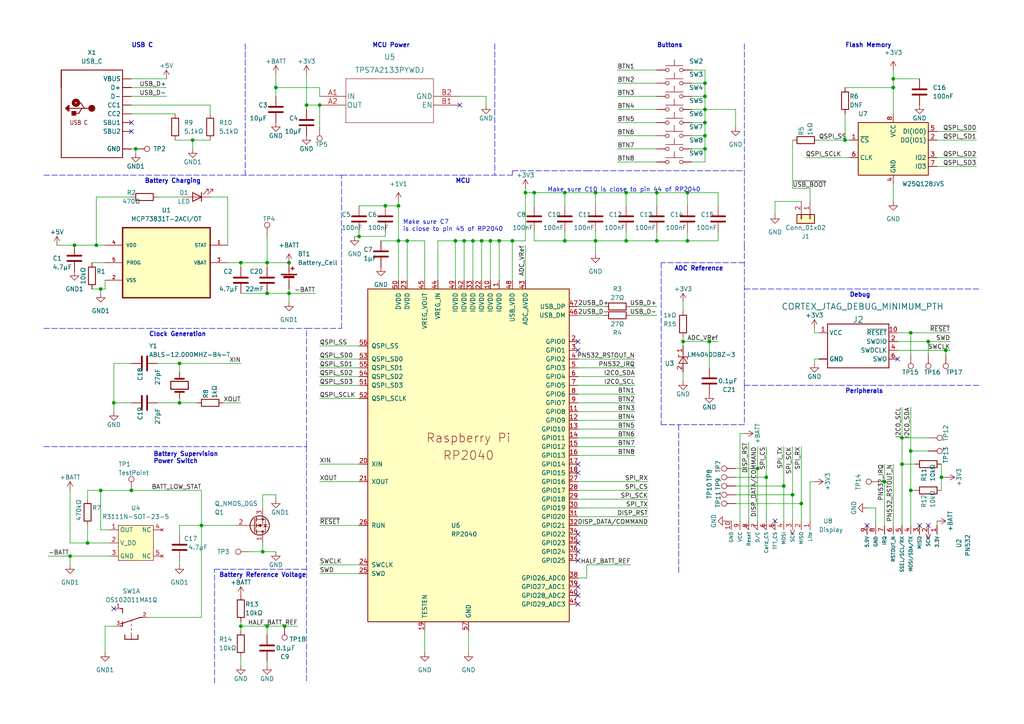
<source format=kicad_sch>
(kicad_sch (version 20211123) (generator eeschema)
  (paper "A4")
  (title_block (title "RFIDiceBoard") (date "2022-08-07") (rev "V0") (company "Andrew Troyer"))
  (lib_symbols
    (symbol "AndySeniorProjSymbols:ABLS-12.000MHZ-B4-T" (pin_numbers hide) (pin_names (offset 1.016) hide)
      (property "Reference" "Y" (at 0 3.81 0))
      (property "Value" "ABLS-12.000MHZ-B4-T" (at 0 -3.81 0))
      (symbol "ABLS-12.000MHZ-B4-T_1_1"
        (pin passive line (at -3.81 0 0) (length 1.27) (name "1") (number "1"))
        (pin passive line (at 3.81 0 180) (length 1.27) (name "2") (number "2"))
      )
    )
    (symbol "AndySeniorProjSymbols:Battery_Cell" (pin_numbers hide) (pin_names (offset 0) hide)
      (property "Reference" "BT" (at 2.54 2.54 0))
      (property "Value" "Battery_Cell" (at 2.54 0 0))
      (symbol "Battery_Cell_1_1"
        (pin passive line (at 0 5.08 270) (length 2.54) (name "+") (number "1"))
        (pin passive line (at 0 -2.54 90) (length 2.54) (name "-") (number "2"))
      )
    )
    (symbol "AndySeniorProjSymbols:C" (pin_numbers hide) (pin_names (offset 0.254))
      (property "Reference" "C" (at 0.635 2.54 0))
      (property "Value" "C" (at 0.635 -2.54 0))
      (symbol "C_1_1"
        (pin passive line (at 0 3.81 270) (length 2.794) (name "~") (number "1"))
        (pin passive line (at 0 -3.81 90) (length 2.794) (name "~") (number "2"))
      )
    )
    (symbol "AndySeniorProjSymbols:CORTEX_JTAG_DEBUG_MINIMUM_PTH"
      (property "Reference" "J1" (at -10.16 7.874 0))
      (property "Value" "CORTEX_JTAG_DEBUG_MINIMUM_PTH" (at -21 -10.5 0))
      (symbol "CORTEX_JTAG_DEBUG_MINIMUM_PTH_1_0"
        (pin bidirectional line (at -12.7 5.08 0) (length 2.54) (name "VCC") (number "1"))
        (pin bidirectional line (at 10.16 5.08 180) (length 2.54) (name "~{RESET}") (number "10"))
        (pin bidirectional line (at 10.16 2.54 180) (length 2.54) (name "SWDIO") (number "2"))
        (pin bidirectional line (at -12.7 -2.54 0) (length 2.54) (name "GND") (number "3"))
        (pin bidirectional line (at 10.16 0 180) (length 2.54) (name "SWDCLK") (number "4"))
        (pin bidirectional line (at -12.7 -2.54 0) (length 2.54) (name "GND") (number "5"))
        (pin bidirectional line (at 10.16 -2.54 180) (length 2.54) (name "SWO") (number "6"))
        (pin bidirectional line (at -12.7 -2.54 0) (length 2.54) (name "GND") (number "9"))
      )
    )
    (symbol "AndySeniorProjSymbols:LED" (pin_numbers hide) (pin_names (offset 1.016) hide)
      (property "Reference" "D" (at 0 2.54 0))
      (property "Value" "LED" (at 0 -2.54 0))
      (symbol "LED_1_1"
        (pin passive line (at -3.81 0 0) (length 2.54) (name "K") (number "1"))
        (pin passive line (at 3.81 0 180) (length 2.54) (name "A") (number "2"))
      )
    )
    (symbol "AndySeniorProjSymbols:MCP73831T-2ACI{slash}OT" (pin_names (offset 1.016))
      (property "Reference" "U" (at -4.1148 10.0838 0))
      (property "Value" "MCP73831T-2ACI{slash}OT" (at -5.9436 -17.1958 0))
      (symbol "MCP73831T-2ACI{slash}OT_0_0"
        (pin output line (at 17.78 2.54 180) (length 5.08) (name "STAT") (number "1"))
        (pin power_in line (at -17.78 -7.62 0) (length 5.08) (name "VSS") (number "2"))
        (pin output line (at 17.78 -2.54 180) (length 5.08) (name "VBAT") (number "3"))
        (pin power_in line (at -17.78 2.54 0) (length 5.08) (name "VDD") (number "4"))
        (pin input line (at -17.78 -2.54 0) (length 5.08) (name "PROG") (number "5"))
      )
    )
    (symbol "AndySeniorProjSymbols:R" (pin_numbers hide) (pin_names (offset 0))
      (property "Reference" "R" (at 2.032 0 90))
      (property "Value" "R" (at 0 0 90))
      (symbol "R_1_1"
        (pin passive line (at 0 3.81 270) (length 1.27) (name "~") (number "1"))
        (pin passive line (at 0 -3.81 90) (length 1.27) (name "~") (number "2"))
      )
    )
    (symbol "AndySeniorProjSymbols:R3111N-SOT-23-5"
      (property "Reference" "U" (at 0 -3.81 0))
      (property "Value" "R3111N-SOT-23-5" (at 0 2.54 0))
      (symbol "R3111N-SOT-23-5_1_1"
        (pin power_out line (at -7.62 -6.35 0) (length 2.54) (name "OUT") (number "1"))
        (pin power_in line (at -7.62 -10.16 0) (length 2.54) (name "V_DD") (number "2"))
        (pin power_in line (at -7.62 -13.97 0) (length 2.54) (name "GND") (number "3"))
        (pin no_connect line (at 7.62 -6.35 180) (length 2.54) (name "NC") (number "4"))
        (pin no_connect line (at 7.62 -13.97 180) (length 2.54) (name "NC") (number "5"))
      )
    )
    (symbol "AndySeniorProjSymbols:RP2040" (pin_names (offset 1.016))
      (property "Reference" "U" (at -29.21 49.53 0))
      (property "Value" "RP2040" (at 24.13 -49.53 0))
      (symbol "RP2040_0_0"
        (text "Raspberry Pi" (at 0 5.08 0) (effects (font (size 2.54 2.54))))
        (text "RP2040" (at 0 0 0) (effects (font (size 2.54 2.54))))
      )
      (symbol "RP2040_1_1"
        (pin power_in line (at 8.89 50.8 270) (length 2.54) (name "IOVDD") (number "1"))
        (pin power_in line (at 6.35 50.8 270) (length 2.54) (name "IOVDD") (number "10"))
        (pin bidirectional line (at 31.75 12.7 180) (length 2.54) (name "GPIO8") (number "11"))
        (pin bidirectional line (at 31.75 10.16 180) (length 2.54) (name "GPIO9") (number "12"))
        (pin bidirectional line (at 31.75 7.62 180) (length 2.54) (name "GPIO10") (number "13"))
        (pin bidirectional line (at 31.75 5.08 180) (length 2.54) (name "GPIO11") (number "14"))
        (pin bidirectional line (at 31.75 2.54 180) (length 2.54) (name "GPIO12") (number "15"))
        (pin bidirectional line (at 31.75 0 180) (length 2.54) (name "GPIO13") (number "16"))
        (pin bidirectional line (at 31.75 -2.54 180) (length 2.54) (name "GPIO14") (number "17"))
        (pin bidirectional line (at 31.75 -5.08 180) (length 2.54) (name "GPIO15") (number "18"))
        (pin passive line (at -12.7 -50.8 90) (length 2.54) (name "TESTEN") (number "19"))
        (pin bidirectional line (at 31.75 33.02 180) (length 2.54) (name "GPIO0") (number "2"))
        (pin input line (at -31.75 -2.54 0) (length 2.54) (name "XIN") (number "20"))
        (pin passive line (at -31.75 -7.62 0) (length 2.54) (name "XOUT") (number "21"))
        (pin power_in line (at 3.81 50.8 270) (length 2.54) (name "IOVDD") (number "22"))
        (pin power_in line (at -17.78 50.8 270) (length 2.54) (name "DVDD") (number "23"))
        (pin output line (at -31.75 -31.75 0) (length 2.54) (name "SWCLK") (number "24"))
        (pin bidirectional line (at -31.75 -34.29 0) (length 2.54) (name "SWD") (number "25"))
        (pin input line (at -31.75 -20.32 0) (length 2.54) (name "RUN") (number "26"))
        (pin bidirectional line (at 31.75 -7.62 180) (length 2.54) (name "GPIO16") (number "27"))
        (pin bidirectional line (at 31.75 -10.16 180) (length 2.54) (name "GPIO17") (number "28"))
        (pin bidirectional line (at 31.75 -12.7 180) (length 2.54) (name "GPIO18") (number "29"))
        (pin bidirectional line (at 31.75 30.48 180) (length 2.54) (name "GPIO1") (number "3"))
        (pin bidirectional line (at 31.75 -15.24 180) (length 2.54) (name "GPIO19") (number "30"))
        (pin bidirectional line (at 31.75 -17.78 180) (length 2.54) (name "GPIO20") (number "31"))
        (pin bidirectional line (at 31.75 -20.32 180) (length 2.54) (name "GPIO21") (number "32"))
        (pin power_in line (at 1.27 50.8 270) (length 2.54) (name "IOVDD") (number "33"))
        (pin bidirectional line (at 31.75 -22.86 180) (length 2.54) (name "GPIO22") (number "34"))
        (pin bidirectional line (at 31.75 -25.4 180) (length 2.54) (name "GPIO23") (number "35"))
        (pin bidirectional line (at 31.75 -27.94 180) (length 2.54) (name "GPIO24") (number "36"))
        (pin bidirectional line (at 31.75 -30.48 180) (length 2.54) (name "GPIO25") (number "37"))
        (pin bidirectional line (at 31.75 -35.56 180) (length 2.54) (name "GPIO26_ADC0") (number "38"))
        (pin bidirectional line (at 31.75 -38.1 180) (length 2.54) (name "GPIO27_ADC1") (number "39"))
        (pin bidirectional line (at 31.75 27.94 180) (length 2.54) (name "GPIO2") (number "4"))
        (pin bidirectional line (at 31.75 -40.64 180) (length 2.54) (name "GPIO28_ADC2") (number "40"))
        (pin bidirectional line (at 31.75 -43.18 180) (length 2.54) (name "GPIO29_ADC3") (number "41"))
        (pin power_in line (at -1.27 50.8 270) (length 2.54) (name "IOVDD") (number "42"))
        (pin power_in line (at 16.51 50.8 270) (length 2.54) (name "ADC_AVDD") (number "43"))
        (pin power_in line (at -8.89 50.8 270) (length 2.54) (name "VREG_IN") (number "44"))
        (pin power_out line (at -12.7 50.8 270) (length 2.54) (name "VREG_VOUT") (number "45"))
        (pin bidirectional line (at 31.75 40.64 180) (length 2.54) (name "USB_DM") (number "46"))
        (pin bidirectional line (at 31.75 43.18 180) (length 2.54) (name "USB_DP") (number "47"))
        (pin power_in line (at 12.7 50.8 270) (length 2.54) (name "USB_VDD") (number "48"))
        (pin power_in line (at -3.81 50.8 270) (length 2.54) (name "IOVDD") (number "49"))
        (pin bidirectional line (at 31.75 25.4 180) (length 2.54) (name "GPIO3") (number "5"))
        (pin power_in line (at -20.32 50.8 270) (length 2.54) (name "DVDD") (number "50"))
        (pin bidirectional line (at -31.75 20.32 0) (length 2.54) (name "QSPI_SD3") (number "51"))
        (pin output line (at -31.75 16.51 0) (length 2.54) (name "QSPI_SCLK") (number "52"))
        (pin bidirectional line (at -31.75 27.94 0) (length 2.54) (name "QSPI_SD0") (number "53"))
        (pin bidirectional line (at -31.75 22.86 0) (length 2.54) (name "QSPI_SD2") (number "54"))
        (pin bidirectional line (at -31.75 25.4 0) (length 2.54) (name "QSPI_SD1") (number "55"))
        (pin bidirectional line (at -31.75 31.75 0) (length 2.54) (name "QSPI_SS") (number "56"))
        (pin power_in line (at 0 -50.8 90) (length 2.54) (name "GND") (number "57"))
        (pin bidirectional line (at 31.75 22.86 180) (length 2.54) (name "GPIO4") (number "6"))
        (pin bidirectional line (at 31.75 20.32 180) (length 2.54) (name "GPIO5") (number "7"))
        (pin bidirectional line (at 31.75 17.78 180) (length 2.54) (name "GPIO6") (number "8"))
        (pin bidirectional line (at 31.75 15.24 180) (length 2.54) (name "GPIO7") (number "9"))
      )
    )
    (symbol "AndySeniorProjSymbols:TPS7A2133PYWDJ" (pin_names (offset 0.254))
      (property "Reference" "U" (at 20.32 10.16 0))
      (property "Value" "TPS7A2133PYWDJ" (at 20.32 7.62 0))
      (symbol "TPS7A2133PYWDJ_1_1"
        (pin input line (at 0 0 0) (length 7.62) (name "IN") (number "A1"))
        (pin output line (at 0 -2.54 0) (length 7.62) (name "OUT") (number "A2"))
        (pin input line (at 40.64 -2.54 180) (length 7.62) (name "EN") (number "B1"))
        (pin power_in line (at 40.64 0 180) (length 7.62) (name "GND") (number "B2"))
      )
    )
    (symbol "AndySeniorProjSymbols:ThroughHoldDisplayMount"
      (property "Reference" "U" (at 1.27 2.54 0))
      (property "Value" "ThroughHoldDisplayMount" (at 0 5.08 0))
      (symbol "ThroughHoldDisplayMount_1_1"
        (pin input line (at 0 0 0) (length 2.54) (name "Lite") (number "1"))
        (pin power_in line (at 0 -22.86 0) (length 2.54) (name "GND") (number "10"))
        (pin output line (at 0 -2.54 0) (length 2.54) (name "MISO") (number "2"))
        (pin input clock (at 0 -5.08 0) (length 2.54) (name "SCK") (number "3"))
        (pin input line (at 0 -7.62 0) (length 2.54) (name "MOSI") (number "4"))
        (pin input input_low (at 0 -10.16 0) (length 2.54) (name "TFT_CS") (number "5"))
        (pin input input_low (at 0 -12.7 0) (length 2.54) (name "Card_CS") (number "6"))
        (pin input input_low (at 0 -15.24 0) (length 2.54) (name "D/C") (number "7"))
        (pin input input_low (at 0 -17.78 0) (length 2.54) (name "Reset") (number "8"))
        (pin power_in line (at 0 -20.32 0) (length 2.54) (name "VCC") (number "9"))
      )
    )
    (symbol "AndySeniorProjSymbols:ThroughHoldPN532BrkOutBoardMount"
      (property "Reference" "U" (at 2.54 6.35 0))
      (property "Value" "ThroughHoldPN532BrkOutBoardMount" (at 1.27 3.81 0))
      (symbol "ThroughHoldPN532BrkOutBoardMount_1_1"
        (pin power_in line (at 0 0 0) (length 2.54) (name "3.3V") (number "1"))
        (pin input clock (at 0 -2.54 0) (length 2.54) (name "SCK") (number "2"))
        (pin output line (at 0 -5.08 0) (length 2.54) (name "MISO") (number "3"))
        (pin output line (at 0 -7.62 0) (length 2.54) (name "MOSI/SDA/TX") (number "4"))
        (pin input line (at 0 -10.16 0) (length 2.54) (name "SSEL/SCL/RX") (number "5"))
        (pin input line (at 0 -12.7 0) (length 2.54) (name "RSTOUT_N") (number "6"))
        (pin output line (at 0 -15.24 0) (length 2.54) (name "IRQ") (number "7"))
        (pin power_in line (at 0 -17.78 0) (length 2.54) (name "GND") (number "8"))
        (pin power_in line (at 0 -20.32 0) (length 2.54) (name "5.0V") (number "9"))
      )
    )
    (symbol "AndySeniorProjSymbols:USB_C"
      (property "Reference" "X" (at -10.16 13.716 0))
      (property "Value" "USB_C" (at -10.16 -15.24 0))
      (symbol "USB_C_1_0"
        (text "USB C" (at -5.08 -2.54 0) (effects (font (size 1.27 1.0795))))
        (pin power_in line (at 10.16 -10.16 180) (length 2.54) (name "GND") (number "A1B12"))
        (pin power_in line (at 10.16 10.16 180) (length 2.54) (name "VBUS") (number "A4B9"))
        (pin bidirectional line (at 10.16 2.54 180) (length 2.54) (name "CC1") (number "A5"))
        (pin bidirectional line (at 10.16 7.62 180) (length 2.54) (name "D+") (number "A6"))
        (pin bidirectional line (at 10.16 5.08 180) (length 2.54) (name "D-") (number "A7"))
        (pin bidirectional line (at 10.16 -2.54 180) (length 2.54) (name "SBU1") (number "A8"))
        (pin power_in line (at 10.16 -10.16 180) (length 2.54) (name "GND") (number "B1A12"))
        (pin power_in line (at 10.16 10.16 180) (length 2.54) (name "VBUS") (number "B4A9"))
        (pin bidirectional line (at 10.16 0 180) (length 2.54) (name "CC2") (number "B5"))
        (pin bidirectional line (at 10.16 7.62 180) (length 2.54) (name "D+") (number "B6"))
        (pin bidirectional line (at 10.16 5.08 180) (length 2.54) (name "D-") (number "B7"))
        (pin bidirectional line (at 10.16 -5.08 180) (length 2.54) (name "SBU2") (number "B8"))
      )
    )
    (symbol "AndySeniorProjSymbols:W25Q128JVS"
      (property "Reference" "U" (at -8.89 8.89 0))
      (property "Value" "W25Q128JVS" (at 7.62 8.89 0))
      (symbol "W25Q128JVS_1_1"
        (pin input line (at -12.7 2.54 0) (length 2.54) (name "~{CS}") (number "1"))
        (pin bidirectional line (at 12.7 2.54 180) (length 2.54) (name "DO(IO1)") (number "2"))
        (pin bidirectional line (at 12.7 -2.54 180) (length 2.54) (name "IO2") (number "3"))
        (pin power_in line (at 0 -10.16 90) (length 2.54) (name "GND") (number "4"))
        (pin bidirectional line (at 12.7 5.08 180) (length 2.54) (name "DI(IO0)") (number "5"))
        (pin input line (at -12.7 -2.54 0) (length 2.54) (name "CLK") (number "6"))
        (pin bidirectional line (at 12.7 -5.08 180) (length 2.54) (name "IO3") (number "7"))
        (pin power_in line (at 0 10.16 270) (length 2.54) (name "VCC") (number "8"))
      )
    )
    (symbol "Connector:TestPoint" (pin_numbers hide) (pin_names (offset 0.762) hide)
      (property "Reference" "TP" (at 0 6.858 0))
      (property "Value" "TestPoint" (at 0 5.08 0))
      (symbol "TestPoint_1_1"
        (pin passive line (at 0 0 90) (length 2.54) (name "1") (number "1"))
      )
    )
    (symbol "Connector_Generic:Conn_01x02" (pin_names (offset 1.016) hide)
      (property "Reference" "J" (at 0 2.54 0))
      (property "Value" "Conn_01x02" (at 0 -5.08 0))
      (symbol "Conn_01x02_1_1"
        (pin passive line (at -5.08 0 0) (length 3.81) (name "Pin_1") (number "1"))
        (pin passive line (at -5.08 -2.54 0) (length 3.81) (name "Pin_2") (number "2"))
      )
    )
    (symbol "Device:Q_NMOS_DGS" (pin_names (offset 0) hide)
      (property "Reference" "Q" (at 5.08 1.27 0))
      (property "Value" "Q_NMOS_DGS" (at 5.08 -1.27 0))
      (symbol "Q_NMOS_DGS_1_1"
        (pin passive line (at 2.54 5.08 270) (length 2.54) (name "D") (number "1"))
        (pin input line (at -5.08 0 0) (length 2.54) (name "G") (number "2"))
        (pin passive line (at 2.54 -5.08 90) (length 2.54) (name "S") (number "3"))
      )
    )
    (symbol "OS102011MA1Q:OS102011MA1Q" (pin_names (offset 1.016))
      (property "Reference" "SW" (at -8.255 -1.905 90))
      (property "Value" "OS102011MA1Q" (at -5.715 2.54 90))
      (symbol "OS102011MA1Q_1_0"
        (pin passive line (at 2.54 5.08 270) (length 2.54) (name "~") (number "1"))
        (pin passive line (at 0 -5.08 90) (length 2.54) (name "~") (number "2"))
        (pin passive line (at -2.54 5.08 270) (length 2.54) (name "~") (number "3"))
      )
      (symbol "OS102011MA1Q_2_0"
        (pin passive line (at 0 0 0) (length 5.08) (name "MT") (number "MT1"))
      )
      (symbol "OS102011MA1Q_3_0"
        (pin passive line (at 0 0 0) (length 5.08) (name "MT") (number "MT2"))
      )
    )
    (symbol "Reference_Voltage:LM4040DBZ-3" (pin_names (offset 0.0254) hide)
      (property "Reference" "U" (at 0 2.54 0))
      (property "Value" "LM4040DBZ-3" (at 0 -3.175 0))
      (symbol "LM4040DBZ-3_1_1"
        (pin passive line (at 3.81 0 180) (length 2.54) (name "K") (number "1"))
        (pin passive line (at -3.81 0 0) (length 2.54) (name "A") (number "2"))
      )
    )
    (symbol "Switch:SW_Push" (pin_numbers hide) (pin_names (offset 1.016) hide)
      (property "Reference" "SW" (at 1.27 2.54 0))
      (property "Value" "SW_Push" (at 0 -1.524 0))
      (symbol "SW_Push_0_1"
        (pin passive line (at -5.08 0 0) (length 2.54) (name "1") (number "1"))
        (pin passive line (at 5.08 0 180) (length 2.54) (name "2") (number "2"))
      )
    )
    (symbol "power:+1V1" (power) (pin_names (offset 0))
      (property "Value" "+1V1" (at 0 3.556 0))
      (symbol "+1V1_1_1"
        (pin power_in line (at 0 0 90) (length 0) hide (name "+1V1") (number "1"))
      )
    )
    (symbol "power:+3.3V" (power) (pin_names (offset 0))
      (property "Value" "+3.3V" (at 0 3.556 0))
      (symbol "+3.3V_1_1"
        (pin power_in line (at 0 0 90) (length 0) hide (name "+3V3") (number "1"))
      )
    )
    (symbol "power:+5V" (power) (pin_names (offset 0))
      (property "Value" "+5V" (at 0 3.556 0))
      (symbol "+5V_1_1"
        (pin power_in line (at 0 0 90) (length 0) hide (name "+5V") (number "1"))
      )
    )
    (symbol "power:+BATT" (power) (pin_names (offset 0))
      (property "Value" "+BATT" (at 0 3.556 0))
      (symbol "+BATT_1_1"
        (pin power_in line (at 0 0 90) (length 0) hide (name "+BATT") (number "1"))
      )
    )
    (symbol "power:GND" (power) (pin_names (offset 0))
      (property "Value" "GND" (at 0 -3.81 0))
      (symbol "GND_1_1"
        (pin power_in line (at 0 0 270) (length 0) hide (name "GND") (number "1"))
      )
    )
    (symbol "power:GND1" (power) (pin_names (offset 0))
      (property "Value" "GND1" (at 0 -3.81 0))
      (symbol "GND1_1_1"
        (pin power_in line (at 0 0 270) (length 0) hide (name "GND1") (number "1"))
      )
    )
  )
  (junction (at 69.85 181.61))
  (junction (at 77.47 76.2))
  (junction (at 20.32 161.29))
  (junction (at 118.11 69.85))
  (junction (at 92.71 30.48))
  (junction (at 204.47 24.13))
  (junction (at 204.47 31.75))
  (junction (at 172.72 55.88))
  (junction (at 77.47 181.61))
  (junction (at 227.33 140.97))
  (junction (at 229.87 143.51))
  (junction (at 273.05 138.43))
  (junction (at 199.39 69.85))
  (junction (at 154.94 55.88))
  (junction (at 152.4 55.88))
  (junction (at 52.07 105.41))
  (junction (at 264.16 130.81))
  (junction (at 83.82 85.09))
  (junction (at 172.72 69.85))
  (junction (at 190.5 69.85))
  (junction (at 163.83 69.85))
  (junction (at 115.57 59.69))
  (junction (at 204.47 35.56))
  (junction (at 137.16 69.85))
  (junction (at 132.08 69.85))
  (junction (at 259.08 22.86))
  (junction (at 83.82 76.2))
  (junction (at 77.47 85.09))
  (junction (at 264.16 142.24))
  (junction (at 142.24 69.85))
  (junction (at 190.5 55.88))
  (junction (at 29.21 142.24))
  (junction (at 58.42 152.4))
  (junction (at 21.59 71.12))
  (junction (at 163.83 55.88))
  (junction (at 219.71 135.89))
  (junction (at 144.78 69.85))
  (junction (at 274.32 101.6))
  (junction (at 27.94 71.12))
  (junction (at 82.55 181.61))
  (junction (at 148.59 69.85))
  (junction (at 205.74 99.06))
  (junction (at 80.01 25.4))
  (junction (at 269.24 99.06))
  (junction (at 264.16 96.52))
  (junction (at 115.57 69.85))
  (junction (at 111.76 59.69))
  (junction (at 52.07 116.84))
  (junction (at 198.12 99.06))
  (junction (at 29.21 83.82))
  (junction (at 256.54 139.7))
  (junction (at 88.9 30.48))
  (junction (at 104.14 68.58))
  (junction (at 38.1 142.24))
  (junction (at 259.08 25.4))
  (junction (at 33.02 116.84))
  (junction (at 204.47 43.18))
  (junction (at 25.4 157.48))
  (junction (at 245.11 40.64))
  (junction (at 204.47 27.94))
  (junction (at 55.88 40.64))
  (junction (at 76.2 160.02))
  (junction (at 199.39 55.88))
  (junction (at 222.25 138.43))
  (junction (at 204.47 39.37))
  (junction (at 261.62 127))
  (junction (at 69.85 76.2))
  (junction (at 181.61 69.85))
  (junction (at 139.7 69.85))
  (junction (at 232.41 146.05))
  (junction (at 181.61 55.88))
  (junction (at 39.37 43.18))
  (junction (at 134.62 69.85))
  (junction (at 261.62 134.62))
  (no_connect (at 260.35 104.14))
  (no_connect (at 133.35 30.48))
  (no_connect (at 33.02 176.53))
  (no_connect (at 38.1 38.1))
  (no_connect (at 38.1 35.56))
  (no_connect (at 266.7 152.4))
  (no_connect (at 269.24 152.4))
  (no_connect (at 251.46 152.4))
  (no_connect (at 224.79 151.13))
  (no_connect (at 167.64 101.6))
  (no_connect (at 167.64 99.06))
  (no_connect (at 167.64 137.16))
  (no_connect (at 167.64 134.62))
  (no_connect (at 167.64 157.48))
  (no_connect (at 167.64 154.94))
  (no_connect (at 167.64 162.56))
  (no_connect (at 167.64 160.02))
  (no_connect (at 167.64 175.26))
  (no_connect (at 167.64 172.72))
  (no_connect (at 167.64 170.18))
  (wire (pts (xy 227.33 140.97) (xy 227.33 151.13)))
  (wire (pts (xy 229.87 54.61) (xy 229.87 40.64)))
  (polyline (pts (xy 148.59 50.8) (xy 148.59 49.53)))
  (wire (pts (xy 190.5 55.88) (xy 199.39 55.88)))
  (wire (pts (xy 167.64 129.54) (xy 184.15 129.54)))
  (wire (pts (xy 38.1 22.86) (xy 48.26 22.86)))
  (wire (pts (xy 236.22 95.25) (xy 236.22 96.52)))
  (wire (pts (xy 137.16 69.85) (xy 139.7 69.85)))
  (wire (pts (xy 83.82 85.09) (xy 77.47 85.09)))
  (wire (pts (xy 123.19 182.88) (xy 123.19 189.23)))
  (wire (pts (xy 25.4 142.24) (xy 29.21 142.24)))
  (wire (pts (xy 134.62 69.85) (xy 134.62 81.28)))
  (wire (pts (xy 45.72 105.41) (xy 52.07 105.41)))
  (wire (pts (xy 260.35 101.6) (xy 274.32 101.6)))
  (wire (pts (xy 88.9 31.75) (xy 88.9 30.48)))
  (wire (pts (xy 25.4 152.4) (xy 25.4 157.48)))
  (wire (pts (xy 274.32 101.6) (xy 275.59 101.6)))
  (wire (pts (xy 181.61 69.85) (xy 190.5 69.85)))
  (polyline (pts (xy 88.9 129.54) (xy 88.9 95.25)))
  (wire (pts (xy 92.71 109.22) (xy 104.14 109.22)))
  (wire (pts (xy 259.08 134.62) (xy 259.08 152.4)))
  (polyline (pts (xy 12.7 129.54) (xy 88.9 129.54)))
  (wire (pts (xy 198.12 107.95) (xy 198.12 110.49)))
  (wire (pts (xy 115.57 69.85) (xy 115.57 81.28)))
  (wire (pts (xy 69.85 76.2) (xy 77.47 76.2)))
  (wire (pts (xy 256.54 139.7) (xy 256.54 152.4)))
  (wire (pts (xy 172.72 69.85) (xy 172.72 73.66)))
  (wire (pts (xy 104.14 68.58) (xy 102.87 68.58)))
  (wire (pts (xy 213.36 31.75) (xy 213.36 36.83)))
  (wire (pts (xy 20.32 161.29) (xy 20.32 163.83)))
  (wire (pts (xy 179.07 35.56) (xy 190.5 35.56)))
  (wire (pts (xy 38.1 30.48) (xy 60.96 30.48)))
  (wire (pts (xy 271.78 38.1) (xy 283.21 38.1)))
  (polyline (pts (xy 215.9 111.76) (xy 284.48 111.76)))
  (wire (pts (xy 204.47 39.37) (xy 200.66 39.37)))
  (wire (pts (xy 204.47 20.32) (xy 204.47 24.13)))
  (wire (pts (xy 77.47 191.77) (xy 77.47 193.04)))
  (wire (pts (xy 217.17 128.27) (xy 217.17 151.13)))
  (wire (pts (xy 219.71 135.89) (xy 219.71 151.13)))
  (wire (pts (xy 77.47 68.58) (xy 77.47 76.2)))
  (wire (pts (xy 144.78 69.85) (xy 144.78 81.28)))
  (polyline (pts (xy 191.77 123.19) (xy 196.85 123.19)))
  (wire (pts (xy 77.47 76.2) (xy 83.82 76.2)))
  (wire (pts (xy 264.16 142.24) (xy 264.16 152.4)))
  (wire (pts (xy 92.71 152.4) (xy 104.14 152.4)))
  (wire (pts (xy 77.47 181.61) (xy 77.47 184.15)))
  (wire (pts (xy 139.7 69.85) (xy 139.7 81.28)))
  (wire (pts (xy 52.07 116.84) (xy 57.15 116.84)))
  (wire (pts (xy 170.18 163.83) (xy 182.88 163.83)))
  (wire (pts (xy 204.47 31.75) (xy 204.47 35.56)))
  (wire (pts (xy 58.42 152.4) (xy 68.58 152.4)))
  (wire (pts (xy 27.94 71.12) (xy 27.94 57.15)))
  (wire (pts (xy 80.01 143.51) (xy 80.01 144.78)))
  (wire (pts (xy 30.48 81.28) (xy 30.48 83.82)))
  (wire (pts (xy 204.47 24.13) (xy 200.66 24.13)))
  (wire (pts (xy 58.42 142.24) (xy 58.42 152.4)))
  (wire (pts (xy 179.07 46.99) (xy 190.5 46.99)))
  (wire (pts (xy 69.85 181.61) (xy 69.85 182.88)))
  (wire (pts (xy 227.33 129.54) (xy 227.33 140.97)))
  (wire (pts (xy 148.59 69.85) (xy 152.4 69.85)))
  (wire (pts (xy 69.85 180.34) (xy 69.85 181.61)))
  (polyline (pts (xy 170.18 49.53) (xy 170.18 49.53)))
  (wire (pts (xy 261.62 118.11) (xy 261.62 127)))
  (wire (pts (xy 167.64 106.68) (xy 184.15 106.68)))
  (wire (pts (xy 29.21 83.82) (xy 30.48 83.82)))
  (wire (pts (xy 69.85 193.04) (xy 69.85 190.5)))
  (wire (pts (xy 110.49 69.85) (xy 115.57 69.85)))
  (wire (pts (xy 83.82 85.09) (xy 91.44 85.09)))
  (wire (pts (xy 222.25 129.54) (xy 222.25 138.43)))
  (wire (pts (xy 182.88 91.44) (xy 190.5 91.44)))
  (wire (pts (xy 237.49 104.14) (xy 236.22 104.14)))
  (wire (pts (xy 254 152.4) (xy 254 147.32)))
  (wire (pts (xy 20.32 157.48) (xy 25.4 157.48)))
  (wire (pts (xy 25.4 157.48) (xy 31.75 157.48)))
  (polyline (pts (xy 62.23 198.12) (xy 62.23 165.1)))
  (polyline (pts (xy 71.12 12.7) (xy 71.12 50.8)))
  (wire (pts (xy 236.22 96.52) (xy 237.49 96.52)))
  (wire (pts (xy 76.2 143.51) (xy 80.01 143.51)))
  (polyline (pts (xy 99.06 95.25) (xy 99.06 50.8)))
  (wire (pts (xy 132.08 69.85) (xy 134.62 69.85)))
  (wire (pts (xy 271.78 45.72) (xy 283.21 45.72)))
  (wire (pts (xy 179.07 20.32) (xy 190.5 20.32)))
  (wire (pts (xy 139.7 69.85) (xy 142.24 69.85)))
  (wire (pts (xy 118.11 69.85) (xy 123.19 69.85)))
  (wire (pts (xy 179.07 39.37) (xy 190.5 39.37)))
  (wire (pts (xy 274.32 101.6) (xy 274.32 102.87)))
  (wire (pts (xy 115.57 59.69) (xy 115.57 69.85)))
  (wire (pts (xy 33.02 105.41) (xy 33.02 116.84)))
  (wire (pts (xy 167.64 91.44) (xy 175.26 91.44)))
  (wire (pts (xy 167.64 121.92) (xy 184.15 121.92)))
  (wire (pts (xy 92.71 25.4) (xy 92.71 27.94)))
  (wire (pts (xy 154.94 69.85) (xy 163.83 69.85)))
  (wire (pts (xy 92.71 104.14) (xy 104.14 104.14)))
  (wire (pts (xy 45.72 116.84) (xy 52.07 116.84)))
  (wire (pts (xy 92.71 100.33) (xy 104.14 100.33)))
  (wire (pts (xy 82.55 181.61) (xy 86.36 181.61)))
  (wire (pts (xy 115.57 58.42) (xy 115.57 59.69)))
  (polyline (pts (xy 143.51 20.32) (xy 143.51 50.8)))
  (wire (pts (xy 115.57 69.85) (xy 118.11 69.85)))
  (wire (pts (xy 132.08 69.85) (xy 132.08 81.28)))
  (wire (pts (xy 259.08 22.86) (xy 266.7 22.86)))
  (polyline (pts (xy 215.9 123.19) (xy 196.85 123.19)))
  (wire (pts (xy 76.2 143.51) (xy 76.2 147.32)))
  (wire (pts (xy 234.95 58.42) (xy 234.95 54.61)))
  (wire (pts (xy 92.71 166.37) (xy 104.14 166.37)))
  (wire (pts (xy 208.28 55.88) (xy 208.28 59.69)))
  (polyline (pts (xy 62.23 165.1) (xy 88.9 165.1)))
  (wire (pts (xy 172.72 69.85) (xy 181.61 69.85)))
  (wire (pts (xy 66.04 76.2) (xy 69.85 76.2)))
  (wire (pts (xy 30.48 181.61) (xy 33.02 181.61)))
  (wire (pts (xy 92.71 139.7) (xy 104.14 139.7)))
  (wire (pts (xy 234.95 54.61) (xy 229.87 54.61)))
  (wire (pts (xy 205.74 106.68) (xy 205.74 99.06)))
  (wire (pts (xy 43.18 179.07) (xy 58.42 179.07)))
  (wire (pts (xy 39.37 43.18) (xy 39.37 44.45)))
  (wire (pts (xy 259.08 53.34) (xy 259.08 58.42)))
  (wire (pts (xy 167.64 114.3) (xy 184.15 114.3)))
  (wire (pts (xy 167.64 111.76) (xy 184.15 111.76)))
  (wire (pts (xy 55.88 40.64) (xy 60.96 40.64)))
  (wire (pts (xy 80.01 25.4) (xy 80.01 27.94)))
  (wire (pts (xy 198.12 87.63) (xy 198.12 90.17)))
  (wire (pts (xy 92.71 106.68) (xy 104.14 106.68)))
  (wire (pts (xy 80.01 25.4) (xy 92.71 25.4)))
  (wire (pts (xy 76.2 157.48) (xy 76.2 160.02)))
  (polyline (pts (xy 143.51 20.32) (xy 143.51 20.32)))
  (wire (pts (xy 269.24 130.81) (xy 264.16 130.81)))
  (polyline (pts (xy 215.9 111.76) (xy 215.9 123.19)))
  (wire (pts (xy 72.39 160.02) (xy 76.2 160.02)))
  (wire (pts (xy 265.43 142.24) (xy 264.16 142.24)))
  (wire (pts (xy 172.72 67.31) (xy 172.72 69.85)))
  (wire (pts (xy 198.12 99.06) (xy 198.12 100.33)))
  (wire (pts (xy 167.64 139.7) (xy 187.96 139.7)))
  (wire (pts (xy 229.87 143.51) (xy 229.87 151.13)))
  (wire (pts (xy 224.79 58.42) (xy 232.41 58.42)))
  (wire (pts (xy 181.61 67.31) (xy 181.61 69.85)))
  (wire (pts (xy 60.96 57.15) (xy 66.04 57.15)))
  (wire (pts (xy 199.39 55.88) (xy 199.39 59.69)))
  (wire (pts (xy 167.64 132.08) (xy 184.15 132.08)))
  (wire (pts (xy 52.07 162.56) (xy 52.07 163.83)))
  (wire (pts (xy 92.71 36.83) (xy 92.71 30.48)))
  (polyline (pts (xy 12.7 95.25) (xy 88.9 95.25)))
  (wire (pts (xy 127 69.85) (xy 132.08 69.85)))
  (wire (pts (xy 259.08 22.86) (xy 259.08 25.4)))
  (polyline (pts (xy 170.18 49.53) (xy 215.9 49.53)))
  (wire (pts (xy 92.71 111.76) (xy 104.14 111.76)))
  (wire (pts (xy 204.47 31.75) (xy 200.66 31.75)))
  (wire (pts (xy 167.64 88.9) (xy 175.26 88.9)))
  (wire (pts (xy 52.07 152.4) (xy 52.07 154.94)))
  (wire (pts (xy 269.24 99.06) (xy 269.24 102.87)))
  (wire (pts (xy 264.16 130.81) (xy 264.16 142.24)))
  (wire (pts (xy 219.71 129.54) (xy 219.71 135.89)))
  (wire (pts (xy 69.85 181.61) (xy 77.47 181.61)))
  (wire (pts (xy 204.47 35.56) (xy 204.47 39.37)))
  (wire (pts (xy 154.94 55.88) (xy 163.83 55.88)))
  (wire (pts (xy 214.63 151.13) (xy 214.63 125.73)))
  (wire (pts (xy 77.47 77.47) (xy 77.47 76.2)))
  (wire (pts (xy 77.47 85.09) (xy 69.85 85.09)))
  (wire (pts (xy 245.11 33.02) (xy 245.11 40.64)))
  (polyline (pts (xy 196.85 123.19) (xy 196.85 166.37)))
  (wire (pts (xy 205.74 99.06) (xy 208.28 99.06)))
  (wire (pts (xy 204.47 46.99) (xy 200.66 46.99)))
  (wire (pts (xy 198.12 99.06) (xy 205.74 99.06)))
  (wire (pts (xy 167.64 142.24) (xy 187.96 142.24)))
  (wire (pts (xy 76.2 160.02) (xy 80.01 160.02)))
  (wire (pts (xy 199.39 69.85) (xy 208.28 69.85)))
  (wire (pts (xy 256.54 134.62) (xy 256.54 139.7)))
  (wire (pts (xy 212.09 151.13) (xy 210.82 151.13)))
  (wire (pts (xy 163.83 69.85) (xy 172.72 69.85)))
  (polyline (pts (xy 215.9 83.82) (xy 284.48 83.82)))
  (wire (pts (xy 29.21 142.24) (xy 29.21 153.67)))
  (wire (pts (xy 52.07 105.41) (xy 52.07 107.95)))
  (polyline (pts (xy 215.9 71.12) (xy 215.9 111.76)))
  (polyline (pts (xy 12.7 50.8) (xy 99.06 50.8)))
  (wire (pts (xy 264.16 96.52) (xy 275.59 96.52)))
  (polyline (pts (xy 143.51 12.7) (xy 143.51 20.32)))
  (wire (pts (xy 269.24 127) (xy 261.62 127)))
  (wire (pts (xy 190.5 69.85) (xy 199.39 69.85)))
  (wire (pts (xy 66.04 57.15) (xy 66.04 71.12)))
  (wire (pts (xy 214.63 125.73) (xy 215.9 125.73)))
  (wire (pts (xy 140.97 27.94) (xy 140.97 30.48)))
  (wire (pts (xy 204.47 43.18) (xy 200.66 43.18)))
  (wire (pts (xy 269.24 99.06) (xy 275.59 99.06)))
  (wire (pts (xy 179.07 43.18) (xy 190.5 43.18)))
  (wire (pts (xy 33.02 116.84) (xy 38.1 116.84)))
  (wire (pts (xy 254 147.32) (xy 251.46 147.32)))
  (wire (pts (xy 245.11 25.4) (xy 259.08 25.4)))
  (wire (pts (xy 179.07 31.75) (xy 190.5 31.75)))
  (wire (pts (xy 104.14 67.31) (xy 104.14 68.58)))
  (wire (pts (xy 20.32 142.24) (xy 20.32 157.48)))
  (wire (pts (xy 264.16 118.11) (xy 264.16 130.81)))
  (wire (pts (xy 60.96 30.48) (xy 60.96 33.02)))
  (wire (pts (xy 264.16 96.52) (xy 264.16 102.87)))
  (wire (pts (xy 38.1 27.94) (xy 48.26 27.94)))
  (polyline (pts (xy 99.06 50.8) (xy 148.59 50.8)))
  (wire (pts (xy 137.16 69.85) (xy 137.16 81.28)))
  (wire (pts (xy 27.94 57.15) (xy 38.1 57.15)))
  (wire (pts (xy 163.83 67.31) (xy 163.83 69.85)))
  (wire (pts (xy 92.71 30.48) (xy 88.9 30.48)))
  (wire (pts (xy 271.78 40.64) (xy 283.21 40.64)))
  (wire (pts (xy 16.51 71.12) (xy 21.59 71.12)))
  (wire (pts (xy 172.72 55.88) (xy 181.61 55.88)))
  (wire (pts (xy 190.5 67.31) (xy 190.5 69.85)))
  (wire (pts (xy 52.07 115.57) (xy 52.07 116.84)))
  (wire (pts (xy 199.39 55.88) (xy 208.28 55.88)))
  (wire (pts (xy 204.47 35.56) (xy 200.66 35.56)))
  (wire (pts (xy 256.54 139.7) (xy 255.27 139.7)))
  (wire (pts (xy 58.42 152.4) (xy 58.42 179.07)))
  (wire (pts (xy 273.05 134.62) (xy 273.05 138.43)))
  (wire (pts (xy 80.01 21.59) (xy 80.01 25.4)))
  (wire (pts (xy 52.07 152.4) (xy 58.42 152.4)))
  (wire (pts (xy 236.22 139.7) (xy 234.95 139.7)))
  (wire (pts (xy 204.47 39.37) (xy 204.47 43.18)))
  (wire (pts (xy 219.71 135.89) (xy 213.36 135.89)))
  (wire (pts (xy 181.61 55.88) (xy 190.5 55.88)))
  (wire (pts (xy 261.62 127) (xy 261.62 134.62)))
  (polyline (pts (xy 148.59 49.53) (xy 170.18 49.53)))
  (wire (pts (xy 88.9 21.59) (xy 88.9 30.48)))
  (wire (pts (xy 163.83 55.88) (xy 163.83 59.69)))
  (wire (pts (xy 229.87 129.54) (xy 229.87 143.51)))
  (polyline (pts (xy 215.9 12.7) (xy 215.9 71.12)))
  (wire (pts (xy 172.72 55.88) (xy 172.72 59.69)))
  (wire (pts (xy 222.25 138.43) (xy 213.36 138.43)))
  (wire (pts (xy 222.25 138.43) (xy 222.25 151.13)))
  (wire (pts (xy 260.35 99.06) (xy 269.24 99.06)))
  (wire (pts (xy 167.64 167.64) (xy 170.18 167.64)))
  (wire (pts (xy 38.1 33.02) (xy 50.8 33.02)))
  (wire (pts (xy 134.62 69.85) (xy 137.16 69.85)))
  (wire (pts (xy 273.05 138.43) (xy 273.05 142.24)))
  (wire (pts (xy 55.88 40.64) (xy 55.88 43.18)))
  (wire (pts (xy 259.08 20.32) (xy 259.08 22.86)))
  (wire (pts (xy 182.88 88.9) (xy 190.5 88.9)))
  (wire (pts (xy 271.78 48.26) (xy 283.21 48.26)))
  (wire (pts (xy 232.41 129.54) (xy 232.41 146.05)))
  (wire (pts (xy 38.1 43.18) (xy 39.37 43.18)))
  (wire (pts (xy 152.4 71.12) (xy 152.4 81.28)))
  (wire (pts (xy 26.67 83.82) (xy 29.21 83.82)))
  (wire (pts (xy 167.64 144.78) (xy 187.96 144.78)))
  (wire (pts (xy 64.77 116.84) (xy 69.85 116.84)))
  (wire (pts (xy 33.02 116.84) (xy 33.02 119.38)))
  (wire (pts (xy 167.64 116.84) (xy 184.15 116.84)))
  (wire (pts (xy 38.1 142.24) (xy 58.42 142.24)))
  (wire (pts (xy 274.32 138.43) (xy 273.05 138.43)))
  (wire (pts (xy 233.68 45.72) (xy 246.38 45.72)))
  (wire (pts (xy 271.78 151.13) (xy 271.78 152.4)))
  (wire (pts (xy 29.21 142.24) (xy 38.1 142.24)))
  (wire (pts (xy 265.43 134.62) (xy 261.62 134.62)))
  (wire (pts (xy 167.64 124.46) (xy 184.15 124.46)))
  (wire (pts (xy 236.22 104.14) (xy 236.22 105.41)))
  (wire (pts (xy 77.47 181.61) (xy 82.55 181.61)))
  (wire (pts (xy 199.39 67.31) (xy 199.39 69.85)))
  (wire (pts (xy 38.1 25.4) (xy 48.26 25.4)))
  (wire (pts (xy 148.59 69.85) (xy 148.59 81.28)))
  (wire (pts (xy 31.75 153.67) (xy 29.21 153.67)))
  (wire (pts (xy 31.75 161.29) (xy 20.32 161.29)))
  (wire (pts (xy 111.76 59.69) (xy 115.57 59.69)))
  (wire (pts (xy 170.18 167.64) (xy 170.18 163.83)))
  (wire (pts (xy 259.08 25.4) (xy 259.08 33.02)))
  (wire (pts (xy 135.89 182.88) (xy 135.89 189.23)))
  (wire (pts (xy 167.64 127) (xy 184.15 127)))
  (wire (pts (xy 167.64 152.4) (xy 187.96 152.4)))
  (wire (pts (xy 204.47 31.75) (xy 213.36 31.75)))
  (polyline (pts (xy 215.9 76.2) (xy 191.77 76.2)))
  (wire (pts (xy 208.28 67.31) (xy 208.28 69.85)))
  (wire (pts (xy 167.64 147.32) (xy 187.96 147.32)))
  (wire (pts (xy 190.5 55.88) (xy 190.5 59.69)))
  (polyline (pts (xy 191.77 76.2) (xy 191.77 123.19)))
  (wire (pts (xy 30.48 181.61) (xy 30.48 189.23)))
  (wire (pts (xy 26.67 76.2) (xy 30.48 76.2)))
  (wire (pts (xy 142.24 69.85) (xy 142.24 81.28)))
  (wire (pts (xy 52.07 105.41) (xy 69.85 105.41)))
  (wire (pts (xy 260.35 96.52) (xy 264.16 96.52)))
  (wire (pts (xy 181.61 55.88) (xy 181.61 59.69)))
  (wire (pts (xy 232.41 146.05) (xy 213.36 146.05)))
  (wire (pts (xy 127 81.28) (xy 127 69.85)))
  (polyline (pts (xy 88.9 129.54) (xy 88.9 198.12)))
  (wire (pts (xy 167.64 119.38) (xy 184.15 119.38)))
  (polyline (pts (xy 88.9 95.25) (xy 99.06 95.25)))
  (wire (pts (xy 69.85 76.2) (xy 69.85 77.47)))
  (wire (pts (xy 167.64 149.86) (xy 187.96 149.86)))
  (wire (pts (xy 224.79 58.42) (xy 224.79 62.23)))
  (wire (pts (xy 154.94 55.88) (xy 152.4 55.88)))
  (wire (pts (xy 227.33 140.97) (xy 213.36 140.97)))
  (wire (pts (xy 232.41 146.05) (xy 232.41 151.13)))
  (wire (pts (xy 204.47 27.94) (xy 200.66 27.94)))
  (wire (pts (xy 154.94 59.69) (xy 154.94 55.88)))
  (wire (pts (xy 204.47 24.13) (xy 204.47 27.94)))
  (wire (pts (xy 27.94 71.12) (xy 30.48 71.12)))
  (wire (pts (xy 198.12 97.79) (xy 198.12 99.06)))
  (wire (pts (xy 29.21 83.82) (xy 29.21 85.09)))
  (wire (pts (xy 204.47 27.94) (xy 204.47 31.75)))
  (wire (pts (xy 92.71 163.83) (xy 104.14 163.83)))
  (wire (pts (xy 21.59 71.12) (xy 27.94 71.12)))
  (wire (pts (xy 144.78 69.85) (xy 148.59 69.85)))
  (wire (pts (xy 167.64 109.22) (xy 184.15 109.22)))
  (wire (pts (xy 179.07 24.13) (xy 190.5 24.13)))
  (wire (pts (xy 229.87 143.51) (xy 213.36 143.51)))
  (wire (pts (xy 179.07 27.94) (xy 190.5 27.94)))
  (wire (pts (xy 133.35 27.94) (xy 140.97 27.94)))
  (wire (pts (xy 261.62 134.62) (xy 261.62 152.4)))
  (wire (pts (xy 123.19 81.28) (xy 123.19 69.85)))
  (wire (pts (xy 163.83 55.88) (xy 172.72 55.88)))
  (wire (pts (xy 13.97 161.29) (xy 20.32 161.29)))
  (wire (pts (xy 83.82 83.82) (xy 83.82 85.09)))
  (wire (pts (xy 152.4 54.61) (xy 152.4 55.88)))
  (wire (pts (xy 167.64 104.14) (xy 184.15 104.14)))
  (wire (pts (xy 83.82 85.09) (xy 83.82 87.63)))
  (wire (pts (xy 111.76 67.31) (xy 111.76 68.58)))
  (wire (pts (xy 152.4 55.88) (xy 152.4 69.85)))
  (wire (pts (xy 50.8 40.64) (xy 55.88 40.64)))
  (wire (pts (xy 45.72 57.15) (xy 53.34 57.15)))
  (wire (pts (xy 25.4 144.78) (xy 25.4 142.24)))
  (wire (pts (xy 104.14 59.69) (xy 111.76 59.69)))
  (wire (pts (xy 92.71 134.62) (xy 104.14 134.62)))
  (wire (pts (xy 92.71 115.57) (xy 104.14 115.57)))
  (wire (pts (xy 234.95 139.7) (xy 234.95 151.13)))
  (wire (pts (xy 38.1 105.41) (xy 33.02 105.41)))
  (wire (pts (xy 245.11 40.64) (xy 246.38 40.64)))
  (wire (pts (xy 118.11 69.85) (xy 118.11 81.28)))
  (wire (pts (xy 237.49 40.64) (xy 245.11 40.64)))
  (wire (pts (xy 142.24 69.85) (xy 144.78 69.85)))
  (wire (pts (xy 154.94 67.31) (xy 154.94 69.85)))
  (wire (pts (xy 204.47 20.32) (xy 200.66 20.32)))
  (wire (pts (xy 104.14 68.58) (xy 111.76 68.58)))
  (wire (pts (xy 204.47 43.18) (xy 204.47 46.99)))
  (text "ADC Reference" (at 195.58 78.74 0) (effects (font (size 1.27 1.27) (thickness 0.254) bold) (justify left bottom)))
  (text "USB C" (at 38.1 13.97 0) (effects (font (size 1.27 1.27) (thickness 0.254) bold) (justify left bottom)))
  (text "Battery Reference Voltage" (at 63.5 167.64 0) (effects (font (size 1.27 1.27) (thickness 0.254) bold) (justify left bottom)))
  (text "Debug" (at 246.38 86.36 0) (effects (font (size 1.27 1.27) (thickness 0.254) bold) (justify left bottom)))
  (text "Flash Memory" (at 245.11 13.97 0) (effects (font (size 1.27 1.27) (thickness 0.254) bold) (justify left bottom)))
  (text "Battery Charging" (at 41.91 53.34 0) (effects (font (size 1.27 1.27) (thickness 0.254) bold) (justify left bottom)))
  (text "Battery Supervision\nPower Switch" (at 44.45 134.62 0) (effects (font (size 1.27 1.27) (thickness 0.254) bold) (justify left bottom)))
  (text "MCU" (at 132.08 53.34 0) (effects (font (size 1.27 1.27) (thickness 0.254) bold) (justify left bottom)))
  (text "Make sure C7\nis close to pin 45 of RP2040\n" (at 116.84 67.31 0) (effects (font (size 1.27 1.27)) (justify left bottom)))
  (text "Clock Generation" (at 43.18 97.79 0) (effects (font (size 1.27 1.27) (thickness 0.254) bold) (justify left bottom)))
  (text "Make sure C10 is close to pin 44 of RP2040" (at 158.75 55.88 0) (effects (font (size 1.27 1.27)) (justify left bottom)))
  (text "MCU Power" (at 107.95 13.97 0) (effects (font (size 1.27 1.27) (thickness 0.254) bold) (justify left bottom)))
  (text "Peripherals" (at 245.11 114.3 0) (effects (font (size 1.27 1.27) (thickness 0.254) bold) (justify left bottom)))
  (text "Buttons" (at 190.5 13.97 0) (effects (font (size 1.27 1.27) (thickness 0.254) bold) (justify left bottom)))
  (label "PN532_RSTOUT_N" (at 259.08 134.62 270))
  (label "PN532_IRQ" (at 256.54 134.62 270))
  (label "QSPI_SS" (at 237.49 40.64 0))
  (label "SPI_RX" (at 232.41 129.54 270))
  (label "BTN2" (at 179.07 24.13 0))
  (label "SPI_CS" (at 222.25 129.54 270))
  (label "DISP_RST" (at 217.17 128.27 270))
  (label "ADC_VRef" (at 208.28 99.06 180))
  (label "2USB_D-" (at 167.64 91.44 0))
  (label "SPI_SCK" (at 229.87 129.54 270))
  (label "-BATT" (at 13.97 161.29 0))
  (label "XOUT" (at 92.71 139.7 0))
  (label "QSPL_SD1" (at 283.21 40.64 180))
  (label "~{RESET}" (at 92.71 152.4 0))
  (label "QSPL_SD2" (at 92.71 109.22 0))
  (label "BTN3" (at 179.07 27.94 0))
  (label "SWD" (at 275.59 99.06 180))
  (label "QSPL_SD2" (at 283.21 45.72 180))
  (label "I2C0_SDA" (at 184.15 109.22 180))
  (label "QSPI_SCLK" (at 92.71 115.57 0))
  (label "HALF_BATT_REF" (at 182.88 163.83 180))
  (label "QSPL_SD3" (at 283.21 48.26 180))
  (label "SPI_CS" (at 187.96 142.24 180))
  (label "2USB_D+" (at 167.64 88.9 0))
  (label "~{USB_BOOT}" (at 229.87 54.61 0))
  (label "BTN6" (at 179.07 39.37 0))
  (label "I2C0_SCL" (at 184.15 111.76 180))
  (label "PN532_RSTOUT_N" (at 184.15 104.14 180))
  (label "USB_D-" (at 190.5 91.44 180))
  (label "XIN" (at 92.71 134.62 0))
  (label "~{RESET}" (at 275.59 96.52 180))
  (label "USB_D-" (at 48.26 27.94 180))
  (label "BTN2" (at 184.15 116.84 180))
  (label "QSPI_SS" (at 92.71 100.33 0))
  (label "BTN8" (at 184.15 132.08 180))
  (label "QSPL_SD1" (at 92.71 106.68 0))
  (label "-BATT" (at 91.44 85.09 180))
  (label "SWCLK" (at 92.71 163.83 0))
  (label "SPI_TX" (at 187.96 147.32 180))
  (label "QSPL_SD3" (at 92.71 111.76 0))
  (label "I2C0_SDA" (at 264.16 118.11 270))
  (label "ADC_VRef" (at 152.4 71.12 270))
  (label "BTN1" (at 179.07 20.32 0))
  (label "BTN7" (at 184.15 129.54 180))
  (label "DISP_DATA{slash}COMMAND" (at 219.71 129.54 270))
  (label "USB_D+" (at 190.5 88.9 180))
  (label "BTN8" (at 179.07 46.99 0))
  (label "SPI_SCK" (at 187.96 144.78 180))
  (label "QSPL_SD0" (at 92.71 104.14 0))
  (label "QSPI_SCLK" (at 233.68 45.72 0))
  (label "SPI_TX" (at 227.33 129.54 270))
  (label "XOUT" (at 69.85 116.84 180))
  (label "BTN4" (at 179.07 31.75 0))
  (label "XIN" (at 69.85 105.41 180))
  (label "USB_D+" (at 48.26 25.4 180))
  (label "DISP_DATA{slash}COMMAND" (at 187.96 152.4 180))
  (label "BATT_LOW_STAT" (at 58.42 142.24 180))
  (label "SWCLK" (at 275.59 101.6 180))
  (label "DISP_RST" (at 187.96 149.86 180))
  (label "BTN3" (at 184.15 119.38 180))
  (label "BTN5" (at 179.07 35.56 0))
  (label "BTN1" (at 184.15 114.3 180))
  (label "BTN6" (at 184.15 127 180))
  (label "BTN7" (at 179.07 43.18 0))
  (label "I2C0_SCL" (at 261.62 118.11 270))
  (label "BTN4" (at 184.15 121.92 180))
  (label "BTN5" (at 184.15 124.46 180))
  (label "SWD" (at 92.71 166.37 0))
  (label "HALF_BATT_REF" (at 86.36 181.61 180))
  (label "QSPL_SD0" (at 283.21 38.1 180))
  (label "PN532_IRQ" (at 184.15 106.68 180))
  (label "SPI_RX" (at 187.96 139.7 180))
  (symbol (lib_id "Connector:TestPoint") (at 92.71 36.83 180) (unit 1)
    (property "Reference" "TP5" (at 91.44 41.91 0) (effects (justify right)))
    (property "Value" "TestPoint" (effects hide))
    (property "Footprint" "TestPoint:TestPoint_Keystone_5000-5004_Miniature" (effects hide))
  )
  (symbol (lib_id "Connector:TestPoint") (at 39.37 43.18 270) (unit 1)
    (property "Reference" "TP2" (at 44.45 43.1799 90) (effects (justify left)))
    (property "Value" "TestPoint" (effects hide))
    (property "Footprint" "TestPoint:TestPoint_Keystone_5000-5004_Miniature" (effects hide))
  )
  (symbol (lib_id "power:GND") (at 102.87 68.58 0) (unit 1)
    (property "Reference" "#PWR018" (effects hide))
    (property "Value" "GND" (at 102.87 73.66 0))
  )
  (symbol (lib_id "power:GND") (at 123.19 189.23 0) (unit 1)
    (property "Reference" "#PWR021" (effects hide))
    (property "Value" "GND" (at 123.19 194.31 0))
  )
  (symbol (lib_id "power:+BATT") (at 83.82 76.2 0) (unit 1)
    (property "Reference" "#PWR011" (effects hide))
    (property "Value" "+BATT" (at 83.82 71.12 0))
  )
  (symbol (lib_id "power:GND1") (at 52.07 163.83 0) (unit 1)
    (property "Reference" "#PWR031" (effects hide))
    (property "Value" "GND1" (at 52.07 168.91 0))
  )
  (symbol (lib_id "AndySeniorProjSymbols:R") (at 41.91 57.15 90) (unit 1)
    (property "Reference" "R2" (at 38.1 55.88 90))
    (property "Value" "470Ω" (at 38.1 58.42 90))
    (property "Footprint" "Resistor_SMD:R_0603_1608Metric_Pad0.98x0.95mm_HandSolder" (effects hide))
  )
  (symbol (lib_id "power:+BATT") (at 69.85 172.72 0) (unit 1)
    (property "Reference" "#PWR040" (effects hide))
    (property "Value" "+BATT" (at 69.85 168.91 0))
  )
  (symbol (lib_id "AndySeniorProjSymbols:MCP73831T-2ACI{slash}OT") (at 48.26 73.66 0) (unit 1)
    (property "Reference" "U1" (at 48.26 60.96 0))
    (property "Value" "MCP73831T-2ACI/OT" (at 48.26 63.5 0))
    (property "Footprint" "Package_TO_SOT_SMD:SOT-23-5_HandSoldering" (effects hide))
    (property "PACKAGE" "SOT-5" (effects hide))
    (property "SUPPLIER" "Microchip" (effects hide))
    (property "MPN" "MCP73831T-2ACI/OT" (effects hide))
    (property "OC_FARNELL" "1332158" (effects hide))
    (property "OC_NEWARK" "56K7045" (effects hide))
  )
  (symbol (lib_id "AndySeniorProjSymbols:C") (at 111.76 63.5 0) (unit 1)
    (property "Reference" "C6" (at 106.68 62.23 0) (effects (justify left)))
    (property "Value" "100nF" (at 106.68 66.04 0) (effects (justify left)))
    (property "Footprint" "Capacitor_SMD:C_0603_1608Metric_Pad1.08x0.95mm_HandSolder" (effects hide))
  )
  (symbol (lib_id "power:GND") (at 224.79 62.23 0) (unit 1)
    (property "Reference" "#PWR025" (effects hide))
    (property "Value" "GND" (at 224.79 67.31 0))
  )
  (symbol (lib_id "power:GND") (at 135.89 189.23 0) (unit 1)
    (property "Reference" "#PWR017" (effects hide))
    (property "Value" "GND" (at 135.89 194.31 0))
  )
  (symbol (lib_id "AndySeniorProjSymbols:TPS7A2133PYWDJ") (at 92.71 27.94 0) (unit 1)
    (property "Reference" "U5" (at 113.03 16.51 0) (effects (font (size 1.524 1.524))))
    (property "Value" "TPS7A2133PYWDJ" (at 113.03 20.32 0) (effects (font (size 1.524 1.524))))
    (property "Footprint" "AndySeniorProjectFootprints:TPS7A2133PYWDJ" (effects hide))
    (property "Datasheet" "https://www.ti.com/lit/ds/symlink/tps7a21.pdf?ts=1654253923510&ref_url=https%253A%252F%252Fwww.google.com%252F" (effects hide))
  )
  (symbol (lib_id "power:+5V") (at 48.26 22.86 0) (unit 1)
    (property "Reference" "#PWR04" (effects hide))
    (property "Value" "+5V" (at 48.26 19.05 0))
  )
  (symbol (lib_id "Connector:TestPoint") (at 255.27 139.7 90) (unit 1)
    (property "Reference" "TP14" (at 248.92 142.24 0) (effects (justify left)))
    (property "Value" "TestPoint" (effects hide))
    (property "Footprint" "TestPoint:TestPoint_Keystone_5000-5004_Miniature" (effects hide))
  )
  (symbol (lib_id "power:+3.3V") (at 274.32 138.43 270) (unit 1)
    (property "Reference" "#PWR036" (effects hide))
    (property "Value" "+3.3V" (at 278.13 138.43 0))
  )
  (symbol (lib_id "AndySeniorProjSymbols:RP2040") (at 135.89 132.08 0) (unit 1)
    (property "Reference" "U6" (at 130.81 152.4 0) (effects (justify left)))
    (property "Value" "RP2040" (at 130.81 154.94 0) (effects (justify left)))
    (property "Footprint" "RP2040_minimal:RP2040-QFN-56" (effects hide))
  )
  (symbol (lib_id "Connector:TestPoint") (at 38.1 142.24 0) (unit 1)
    (property "Reference" "TP1" (at 34.29 134.62 0) (effects (justify left)))
    (property "Value" "TestPoint" (at 34.29 137.16 0) (effects (justify left)))
    (property "Footprint" "TestPoint:TestPoint_Keystone_5000-5004_Miniature" (effects hide))
  )
  (symbol (lib_id "Connector:TestPoint") (at 77.47 68.58 0) (unit 1)
    (property "Reference" "TP4" (at 76.2 63.5 0) (effects (justify left)))
    (property "Value" "TestPoint" (effects hide))
    (property "Footprint" "TestPoint:TestPoint_Keystone_5000-5004_Miniature" (effects hide))
  )
  (symbol (lib_id "AndySeniorProjSymbols:C") (at 88.9 35.56 0) (unit 1)
    (property "Reference" "C4" (at 83.82 34.29 0) (effects (justify left)))
    (property "Value" "10µF" (at 82.55 38.1 0) (effects (justify left)))
    (property "Footprint" "Capacitor_SMD:C_0603_1608Metric_Pad1.08x0.95mm_HandSolder" (effects hide))
  )
  (symbol (lib_id "power:GND") (at 210.82 151.13 270) (unit 1)
    (property "Reference" "#PWR010" (effects hide))
    (property "Value" "GND" (at 207.01 151.13 0))
  )
  (symbol (lib_id "power:GND") (at 80.01 35.56 0) (unit 1)
    (property "Reference" "#PWR029" (effects hide))
    (property "Value" "GND" (at 80.01 39.37 0))
  )
  (symbol (lib_id "AndySeniorProjSymbols:R") (at 69.85 186.69 0) (unit 1)
    (property "Reference" "R14" (at 63.5 185.42 0) (effects (justify left)))
    (property "Value" "10kΩ" (at 63.5 187.96 0) (effects (justify left)))
    (property "Footprint" "Resistor_SMD:R_0603_1608Metric_Pad0.98x0.95mm_HandSolder" (effects hide))
  )
  (symbol (lib_id "power:GND") (at 110.49 77.47 0) (unit 1)
    (property "Reference" "#PWR019" (effects hide))
    (property "Value" "GND" (at 110.49 82.55 0))
  )
  (symbol (lib_id "power:+BATT") (at 215.9 125.73 270) (unit 1)
    (property "Reference" "#PWR09" (effects hide))
    (property "Value" "+BATT" (at 219.71 125.73 0))
  )
  (symbol (lib_id "AndySeniorProjSymbols:R") (at 245.11 29.21 0) (unit 1)
    (property "Reference" "R6" (at 246.38 27.94 0) (effects (justify left)))
    (property "Value" "DNF" (at 246.38 30.48 0) (effects (justify left)))
    (property "Footprint" "Resistor_SMD:R_0603_1608Metric_Pad0.98x0.95mm_HandSolder" (effects hide))
  )
  (symbol (lib_id "power:GND") (at 213.36 36.83 0) (unit 1)
    (property "Reference" "#PWR0101" (effects hide))
    (property "Value" "GND" (at 213.36 41.91 0))
  )
  (symbol (lib_id "Connector:TestPoint") (at 72.39 160.02 90) (unit 1)
    (property "Reference" "TP3" (at 64.77 160.02 90))
    (property "Value" "TestPoint" (effects hide))
    (property "Footprint" "TestPoint:TestPoint_Keystone_5000-5004_Miniature" (effects hide))
  )
  (symbol (lib_id "power:+3.3V") (at 152.4 54.61 0) (unit 1)
    (property "Reference" "#PWR022" (effects hide))
    (property "Value" "+3.3V" (at 152.4 50.8 0))
  )
  (symbol (lib_id "OS102011MA1Q:OS102011MA1Q") (at 38.1 179.07 90) (unit 1)
    (property "Reference" "SW1" (at 38.1 171.45 90))
    (property "Value" "OS102011MA1Q" (at 38.1 173.99 90))
    (property "Footprint" "OS102011MA1Q:OS102011MA1Q" (effects hide))
  )
  (symbol (lib_id "AndySeniorProjSymbols:Battery_Cell") (at 83.82 81.28 0) (unit 1)
    (property "Reference" "BT1" (at 86.36 73.66 0) (effects (justify left)))
    (property "Value" "Battery_Cell" (at 86.36 76.2 0) (effects (justify left)))
    (property "Footprint" "AndySeniorProjectFootprints:AndyBattery" (effects hide))
  )
  (symbol (lib_id "Switch:SW_Push") (at 195.58 20.32 0) (unit 1)
    (property "Reference" "SW2" (at 201.93 17.78 0))
    (property "Value" "SW_Push" (effects hide))
    (property "Footprint" "AndySeniorProjectFootprints:EVP-ASDC1A_Tactile_PushButton" (effects hide))
  )
  (symbol (lib_id "power:+BATT") (at 80.01 21.59 0) (unit 1)
    (property "Reference" "#PWR013" (effects hide))
    (property "Value" "+BATT" (at 80.01 17.78 0))
  )
  (symbol (lib_id "AndySeniorProjSymbols:C") (at 163.83 63.5 0) (unit 1)
    (property "Reference" "C10" (at 158.75 62.23 0) (effects (justify left)))
    (property "Value" "100nF" (at 157.48 66.04 0) (effects (justify left)))
    (property "Footprint" "Capacitor_SMD:C_0603_1608Metric_Pad1.08x0.95mm_HandSolder" (effects hide))
  )
  (symbol (lib_id "AndySeniorProjSymbols:C") (at 41.91 105.41 90) (unit 1)
    (property "Reference" "C18" (at 40.64 110.49 0) (effects (justify left)))
    (property "Value" "27pF" (at 45.72 111.76 0) (effects (justify left)))
    (property "Footprint" "Capacitor_SMD:C_0603_1608Metric_Pad1.08x0.95mm_HandSolder" (effects hide))
  )
  (symbol (lib_id "Device:Q_NMOS_DGS") (at 73.66 152.4 0) (mirror x) (unit 1)
    (property "Reference" "Q1" (at 62.23 148.59 0) (effects (justify left)))
    (property "Value" "Q_NMOS_DGS" (at 62.23 146.05 0) (effects (justify left)))
    (property "Footprint" "Package_TO_SOT_SMD:SOT-23" (effects hide))
  )
  (symbol (lib_id "power:GND1") (at 39.37 44.45 0) (unit 1)
    (property "Reference" "#PWR06" (effects hide))
    (property "Value" "GND1" (at 39.37 48.26 0))
  )
  (symbol (lib_id "power:GND") (at 77.47 193.04 0) (unit 1)
    (property "Reference" "#PWR0104" (effects hide))
    (property "Value" "GND" (at 77.47 196.85 0))
  )
  (symbol (lib_id "power:+3.3V") (at 198.12 87.63 0) (unit 1)
    (property "Reference" "#PWR0103" (effects hide))
    (property "Value" "+3.3V" (at 198.12 83.82 0))
  )
  (symbol (lib_id "Connector:TestPoint") (at 213.36 140.97 90) (unit 1)
    (property "Reference" "TP9" (at 208.28 142.24 0) (effects (justify left)))
    (property "Value" "TestPoint" (effects hide))
    (property "Footprint" "TestPoint:TestPoint_Keystone_5000-5004_Miniature" (effects hide))
  )
  (symbol (lib_id "power:GND") (at 69.85 193.04 0) (unit 1)
    (property "Reference" "#PWR041" (effects hide))
    (property "Value" "GND" (at 69.85 196.85 0))
  )
  (symbol (lib_id "AndySeniorProjSymbols:C") (at 80.01 31.75 0) (unit 1)
    (property "Reference" "C3" (at 74.93 30.48 0) (effects (justify left)))
    (property "Value" "10µF" (at 72.39 34.29 0) (effects (justify left)))
    (property "Footprint" "Capacitor_SMD:C_0603_1608Metric_Pad1.08x0.95mm_HandSolder" (effects hide))
  )
  (symbol (lib_id "power:GND") (at 266.7 30.48 0) (unit 1)
    (property "Reference" "#PWR028" (effects hide))
    (property "Value" "GND" (at 266.7 34.29 0))
  )
  (symbol (lib_id "AndySeniorProjSymbols:C") (at 205.74 110.49 0) (unit 1)
    (property "Reference" "C21" (at 209.55 113.03 0) (effects (justify left)))
    (property "Value" "0.1µF" (at 208.28 110.49 0) (effects (justify left)))
    (property "Footprint" "Capacitor_SMD:C_0603_1608Metric_Pad1.08x0.95mm_HandSolder" (effects hide))
  )
  (symbol (lib_id "power:GND") (at 198.12 110.49 0) (unit 1)
    (property "Reference" "#PWR023" (effects hide))
    (property "Value" "GND" (at 198.12 114.3 0))
  )
  (symbol (lib_id "power:GND") (at 172.72 73.66 0) (unit 1)
    (property "Reference" "#PWR024" (effects hide))
    (property "Value" "GND" (at 172.72 78.74 0))
  )
  (symbol (lib_id "Connector:TestPoint") (at 213.36 146.05 90) (unit 1)
    (property "Reference" "TP11" (at 208.28 147.32 0) (effects (justify left)))
    (property "Value" "TestPoint" (effects hide))
    (property "Footprint" "TestPoint:TestPoint_Keystone_5000-5004_Miniature" (effects hide))
  )
  (symbol (lib_id "AndySeniorProjSymbols:C") (at 52.07 158.75 0) (unit 1)
    (property "Reference" "C17" (at 53.34 156.21 0) (effects (justify left)))
    (property "Value" "4.7µF" (at 54.61 158.75 0) (effects (justify left)))
    (property "Footprint" "Capacitor_SMD:C_0603_1608Metric_Pad1.08x0.95mm_HandSolder" (effects hide))
  )
  (symbol (lib_id "AndySeniorProjSymbols:C") (at 199.39 63.5 0) (unit 1)
    (property "Reference" "C14" (at 194.31 62.23 0) (effects (justify left)))
    (property "Value" "100nF" (at 193.04 66.04 0) (effects (justify left)))
    (property "Footprint" "Capacitor_SMD:C_0603_1608Metric_Pad1.08x0.95mm_HandSolder" (effects hide))
  )
  (symbol (lib_id "AndySeniorProjSymbols:C") (at 190.5 63.5 0) (unit 1)
    (property "Reference" "C13" (at 185.42 62.23 0) (effects (justify left)))
    (property "Value" "100nF" (at 184.15 66.04 0) (effects (justify left)))
    (property "Footprint" "Capacitor_SMD:C_0603_1608Metric_Pad1.08x0.95mm_HandSolder" (effects hide))
  )
  (symbol (lib_id "power:+3.3V") (at 236.22 139.7 270) (unit 1)
    (property "Reference" "#PWR037" (effects hide))
    (property "Value" "+3.3V" (at 240.03 139.7 0))
  )
  (symbol (lib_id "Switch:SW_Push") (at 195.58 27.94 0) (unit 1)
    (property "Reference" "SW4" (at 201.93 25.4 0))
    (property "Value" "SW_Push" (effects hide))
    (property "Footprint" "AndySeniorProjectFootprints:EVP-ASDC1A_Tactile_PushButton" (effects hide))
  )
  (symbol (lib_id "power:GND") (at 259.08 58.42 0) (unit 1)
    (property "Reference" "#PWR027" (effects hide))
    (property "Value" "GND" (at 259.08 63.5 0))
  )
  (symbol (lib_id "power:GND") (at 140.97 30.48 0) (unit 1)
    (property "Reference" "#PWR016" (effects hide))
    (property "Value" "GND" (at 140.97 34.29 0))
  )
  (symbol (lib_id "AndySeniorProjSymbols:C") (at 41.91 116.84 90) (unit 1)
    (property "Reference" "C19" (at 40.64 121.92 0) (effects (justify left)))
    (property "Value" "27pF" (at 45.72 123.19 0) (effects (justify left)))
    (property "Footprint" "Capacitor_SMD:C_0603_1608Metric_Pad1.08x0.95mm_HandSolder" (effects hide))
  )
  (symbol (lib_id "Switch:SW_Push") (at 195.58 46.99 0) (unit 1)
    (property "Reference" "SW9" (at 201.93 44.45 0))
    (property "Value" "SW_Push" (effects hide))
    (property "Footprint" "AndySeniorProjectFootprints:EVP-ASDC1A_Tactile_PushButton" (effects hide))
  )
  (symbol (lib_id "Switch:SW_Push") (at 195.58 31.75 0) (unit 1)
    (property "Reference" "SW5" (at 201.93 29.21 0))
    (property "Value" "SW_Push" (effects hide))
    (property "Footprint" "AndySeniorProjectFootprints:EVP-ASDC1A_Tactile_PushButton" (effects hide))
  )
  (symbol (lib_id "AndySeniorProjSymbols:C") (at 104.14 63.5 0) (unit 1)
    (property "Reference" "C5" (at 99.06 62.23 0) (effects (justify left)))
    (property "Value" "100nF" (at 99.06 66.04 0) (effects (justify left)))
    (property "Footprint" "Capacitor_SMD:C_0603_1608Metric_Pad1.08x0.95mm_HandSolder" (effects hide))
  )
  (symbol (lib_id "power:GND1") (at 21.59 78.74 0) (unit 1)
    (property "Reference" "#PWR02" (effects hide))
    (property "Value" "GND1" (at 21.59 83.82 0))
  )
  (symbol (lib_id "power:GND1") (at 29.21 85.09 0) (unit 1)
    (property "Reference" "#PWR0102" (effects hide))
    (property "Value" "GND1" (at 29.21 90.17 0))
  )
  (symbol (lib_id "Connector:TestPoint") (at 213.36 143.51 90) (unit 1)
    (property "Reference" "TP10" (at 205.74 144.78 0) (effects (justify left)))
    (property "Value" "TestPoint" (effects hide))
    (property "Footprint" "TestPoint:TestPoint_Keystone_5000-5004_Miniature" (effects hide))
  )
  (symbol (lib_id "AndySeniorProjSymbols:C") (at 172.72 63.5 0) (unit 1)
    (property "Reference" "C11" (at 167.64 62.23 0) (effects (justify left)))
    (property "Value" "100nF" (at 166.37 66.04 0) (effects (justify left)))
    (property "Footprint" "Capacitor_SMD:C_0603_1608Metric_Pad1.08x0.95mm_HandSolder" (effects hide))
  )
  (symbol (lib_id "power:GND") (at 88.9 39.37 0) (unit 1)
    (property "Reference" "#PWR030" (effects hide))
    (property "Value" "GND" (at 88.9 43.18 0))
  )
  (symbol (lib_id "AndySeniorProjSymbols:ABLS-12.000MHZ-B4-T") (at 52.07 111.76 90) (unit 1)
    (property "Reference" "Y1" (at 43.18 100.33 90) (effects (justify right)))
    (property "Value" "ABLS-12.000MHZ-B4-T" (at 43.18 102.87 90) (effects (justify right)))
    (property "Footprint" "AndySeniorProjectFootprints:Crystal_SMD_HC49-US" (effects hide))
  )
  (symbol (lib_id "AndySeniorProjSymbols:C") (at 266.7 26.67 0) (unit 1)
    (property "Reference" "C16" (at 270.51 25.4 0) (effects (justify left)))
    (property "Value" "100nF" (at 270.51 27.94 0) (effects (justify left)))
    (property "Footprint" "Capacitor_SMD:C_0603_1608Metric_Pad1.08x0.95mm_HandSolder" (effects hide))
  )
  (symbol (lib_id "power:GND") (at 205.74 114.3 0) (unit 1)
    (property "Reference" "#PWR042" (effects hide))
    (property "Value" "GND" (at 205.74 118.11 0))
  )
  (symbol (lib_id "Switch:SW_Push") (at 195.58 43.18 0) (unit 1)
    (property "Reference" "SW8" (at 201.93 40.64 0))
    (property "Value" "SW_Push" (effects hide))
    (property "Footprint" "AndySeniorProjectFootprints:EVP-ASDC1A_Tactile_PushButton" (effects hide))
  )
  (symbol (lib_id "Switch:SW_Push") (at 195.58 39.37 0) (unit 1)
    (property "Reference" "SW7" (at 201.93 36.83 0))
    (property "Value" "SW_Push" (effects hide))
    (property "Footprint" "AndySeniorProjectFootprints:EVP-ASDC1A_Tactile_PushButton" (effects hide))
  )
  (symbol (lib_id "AndySeniorProjSymbols:C") (at 77.47 187.96 0) (unit 1)
    (property "Reference" "C9" (at 81.28 190.5 0) (effects (justify left)))
    (property "Value" "0.1µF" (at 80.01 187.96 0) (effects (justify left)))
    (property "Footprint" "Capacitor_SMD:C_0603_1608Metric_Pad1.08x0.95mm_HandSolder" (effects hide))
  )
  (symbol (lib_id "power:GND") (at 236.22 105.41 0) (unit 1)
    (property "Reference" "#PWR039" (effects hide))
    (property "Value" "GND" (at 236.22 109.22 0))
  )
  (symbol (lib_id "power:+BATT") (at 271.78 151.13 270) (unit 1)
    (property "Reference" "#PWR07" (effects hide))
    (property "Value" "+BATT" (at 275.59 151.13 0))
  )
  (symbol (lib_id "AndySeniorProjSymbols:CORTEX_JTAG_DEBUG_MINIMUM_PTH") (at 250.19 101.6 0) (unit 1)
    (property "Reference" "J2" (at 248.92 92.71 0) (effects (font (size 1.778 1.778))))
    (property "Value" "CORTEX_JTAG_DEBUG_MINIMUM_PTH" (at 250.19 88.9 0) (effects (font (size 1.778 1.778))))
    (property "Footprint" "RP2040_Thing_Plus:2X5-PTH-1.27MM" (effects hide))
  )
  (symbol (lib_id "AndySeniorProjSymbols:R") (at 233.68 40.64 90) (unit 1)
    (property "Reference" "R5" (at 232.41 39.37 0) (effects (justify left)))
    (property "Value" "1kΩ" (at 234.95 39.37 0) (effects (justify left)))
    (property "Footprint" "Resistor_SMD:R_0603_1608Metric_Pad0.98x0.95mm_HandSolder" (effects hide))
  )
  (symbol (lib_id "AndySeniorProjSymbols:W25Q128JVS") (at 259.08 43.18 0) (unit 1)
    (property "Reference" "U7" (at 248.92 33.02 0) (effects (justify left)))
    (property "Value" "W25Q128JVS" (at 261.62 53.34 0) (effects (justify left)))
    (property "Footprint" "Package_SO:SOIC-8_5.23x5.23mm_P1.27mm" (effects hide))
    (property "Datasheet" "http://www.winbond.com/resource-files/w25q128jv_dtr%20revc%2003272018%20plus.pdf" (effects hide))
  )
  (symbol (lib_id "power:+BATT") (at 20.32 142.24 0) (unit 1)
    (property "Reference" "#PWR012" (effects hide))
    (property "Value" "+BATT" (at 20.32 138.43 0))
  )
  (symbol (lib_id "power:GND") (at 80.01 160.02 0) (unit 1)
    (property "Reference" "#PWR035" (effects hide))
    (property "Value" "GND" (at 80.01 163.83 0))
  )
  (symbol (lib_id "power:GND") (at 251.46 147.32 270) (unit 1)
    (property "Reference" "#PWR08" (effects hide))
    (property "Value" "GND" (at 247.65 147.32 0))
  )
  (symbol (lib_id "Connector:TestPoint") (at 213.36 138.43 90) (unit 1)
    (property "Reference" "TP8" (at 205.74 139.7 0) (effects (justify left)))
    (property "Value" "TestPoint" (effects hide))
    (property "Footprint" "TestPoint:TestPoint_Keystone_5000-5004_Miniature" (effects hide))
  )
  (symbol (lib_id "AndySeniorProjSymbols:R") (at 198.12 93.98 0) (unit 1)
    (property "Reference" "R15" (at 194.31 93.98 0))
    (property "Value" "1kΩ" (at 194.31 91.44 0))
    (property "Footprint" "Resistor_SMD:R_0603_1608Metric_Pad0.98x0.95mm_HandSolder" (effects hide))
  )
  (symbol (lib_id "AndySeniorProjSymbols:R") (at 60.96 116.84 90) (unit 1)
    (property "Reference" "R8" (at 59.69 115.57 0) (effects (justify left)))
    (property "Value" "1kΩ" (at 62.23 115.57 0) (effects (justify left)))
    (property "Footprint" "Resistor_SMD:R_0603_1608Metric_Pad0.98x0.95mm_HandSolder" (effects hide))
  )
  (symbol (lib_id "AndySeniorProjSymbols:R") (at 269.24 142.24 90) (unit 1)
    (property "Reference" "R12" (at 267.97 147.32 0) (effects (justify left)))
    (property "Value" "10kΩ" (at 270.51 147.32 0) (effects (justify left)))
    (property "Footprint" "Resistor_SMD:R_0603_1608Metric_Pad0.98x0.95mm_HandSolder" (effects hide))
  )
  (symbol (lib_id "AndySeniorProjSymbols:C") (at 181.61 63.5 0) (unit 1)
    (property "Reference" "C12" (at 176.53 62.23 0) (effects (justify left)))
    (property "Value" "100nF" (at 175.26 66.04 0) (effects (justify left)))
    (property "Footprint" "Capacitor_SMD:C_0603_1608Metric_Pad1.08x0.95mm_HandSolder" (effects hide))
  )
  (symbol (lib_id "AndySeniorProjSymbols:R") (at 60.96 36.83 180) (unit 1)
    (property "Reference" "R10" (at 63.5 35.5599 0) (effects (justify right)))
    (property "Value" "5.1kΩ" (at 63.5 38.0999 0) (effects (justify right)))
    (property "Footprint" "Resistor_SMD:R_0603_1608Metric_Pad0.98x0.95mm_HandSolder" (effects hide))
  )
  (symbol (lib_id "power:GND") (at 33.02 119.38 0) (unit 1)
    (property "Reference" "#PWR032" (effects hide))
    (property "Value" "GND" (at 33.02 123.19 0))
  )
  (symbol (lib_id "Connector:TestPoint") (at 269.24 127 270) (unit 1)
    (property "Reference" "TP12" (at 274.32 123.19 0) (effects (justify left)))
    (property "Value" "TestPoint" (effects hide))
    (property "Footprint" "TestPoint:TestPoint_Keystone_5000-5004_Miniature" (effects hide))
  )
  (symbol (lib_id "Connector:TestPoint") (at 264.16 102.87 180) (unit 1)
    (property "Reference" "TP15" (at 261.62 107.95 0) (effects (justify right)))
    (property "Value" "TestPoint" (effects hide))
    (property "Footprint" "TestPoint:TestPoint_Keystone_5000-5004_Miniature" (effects hide))
  )
  (symbol (lib_id "AndySeniorProjSymbols:R") (at 26.67 80.01 0) (unit 1)
    (property "Reference" "R1" (at 27.94 78.74 0) (effects (justify left)))
    (property "Value" "10kΩ" (at 24.13 82.55 90) (effects (justify left)))
    (property "Footprint" "Resistor_SMD:R_0603_1608Metric_Pad0.98x0.95mm_HandSolder" (effects hide))
  )
  (symbol (lib_id "power:+1V1") (at 115.57 58.42 0) (unit 1)
    (property "Reference" "#PWR020" (effects hide))
    (property "Value" "+1V1" (at 115.57 53.34 0))
  )
  (symbol (lib_id "AndySeniorProjSymbols:R") (at 179.07 91.44 90) (unit 1)
    (property "Reference" "R4" (at 179.07 96.52 90))
    (property "Value" "27Ω" (at 179.07 93.98 90))
    (property "Footprint" "Resistor_SMD:R_0603_1608Metric_Pad0.98x0.95mm_HandSolder" (effects hide))
  )
  (symbol (lib_id "AndySeniorProjSymbols:ThroughHoldPN532BrkOutBoardMount") (at 271.78 152.4 270) (unit 1)
    (property "Reference" "U2" (at 278.13 156.21 0) (effects (justify left)))
    (property "Value" "PN532" (at 280.67 154.94 0) (effects (justify left)))
    (property "Footprint" "AndySeniorProjectFootprints:ThroughHolePN532BrkOutBoardMount" (effects hide))
  )
  (symbol (lib_id "Switch:SW_Push") (at 195.58 24.13 0) (unit 1)
    (property "Reference" "SW3" (at 201.93 21.59 0))
    (property "Value" "SW_Push" (effects hide))
    (property "Footprint" "AndySeniorProjectFootprints:EVP-ASDC1A_Tactile_PushButton" (effects hide))
  )
  (symbol (lib_id "Reference_Voltage:LM4040DBZ-3") (at 198.12 104.14 90) (unit 1)
    (property "Reference" "U3" (at 195.58 105.4101 90) (effects (justify left)))
    (property "Value" "LM4040DBZ-3" (at 213.36 102.87 90) (effects (justify left)))
    (property "Footprint" "Package_TO_SOT_SMD:SOT-23" (effects hide))
    (property "Datasheet" "http://www.ti.com/lit/ds/symlink/lm4040-n.pdf" (effects hide))
  )
  (symbol (lib_id "power:GND1") (at 30.48 189.23 0) (unit 1)
    (property "Reference" "#PWR05" (effects hide))
    (property "Value" "GND1" (at 30.48 194.31 0))
  )
  (symbol (lib_id "power:GND1") (at 55.88 43.18 0) (unit 1)
    (property "Reference" "#PWR033" (effects hide))
    (property "Value" "GND1" (at 55.88 46.99 0))
  )
  (symbol (lib_id "power:+3.3V") (at 236.22 95.25 0) (unit 1)
    (property "Reference" "#PWR038" (effects hide))
    (property "Value" "+3.3V" (at 236.22 91.44 0))
  )
  (symbol (lib_id "Connector:TestPoint") (at 269.24 130.81 270) (unit 1)
    (property "Reference" "TP13" (at 274.32 129.54 0) (effects (justify left)))
    (property "Value" "TestPoint" (effects hide))
    (property "Footprint" "TestPoint:TestPoint_Keystone_5000-5004_Miniature" (effects hide))
  )
  (symbol (lib_id "power:+3.3V") (at 259.08 20.32 0) (unit 1)
    (property "Reference" "#PWR026" (effects hide))
    (property "Value" "+3.3V" (at 259.08 15.24 0))
  )
  (symbol (lib_id "AndySeniorProjSymbols:USB_C") (at 27.94 33.02 0) (unit 1)
    (property "Reference" "X1" (at 26.65 15.24 0))
    (property "Value" "USB_C" (at 26.65 17.78 0))
    (property "Footprint" "AndySeniorProjectFootprints:USB_C_CUSB31-CFM2AX-01-X_copy" (effects hide))
  )
  (symbol (lib_id "AndySeniorProjSymbols:ThroughHoldDisplayMount") (at 234.95 151.13 270) (unit 1)
    (property "Reference" "U8" (at 238.76 151.13 90) (effects (justify left)))
    (property "Value" "Display" (at 237.49 153.67 90) (effects (justify left)))
    (property "Footprint" "AndySeniorProjectFootprints:ThroughHoldDisplayMount" (effects hide))
  )
  (symbol (lib_id "AndySeniorProjSymbols:C") (at 154.94 63.5 0) (unit 1)
    (property "Reference" "C8" (at 149.86 62.23 0) (effects (justify left)))
    (property "Value" "100nF" (at 148.59 66.04 0) (effects (justify left)))
    (property "Footprint" "Capacitor_SMD:C_0603_1608Metric_Pad1.08x0.95mm_HandSolder" (effects hide))
  )
  (symbol (lib_id "power:+3.3V") (at 88.9 21.59 0) (unit 1)
    (property "Reference" "#PWR015" (effects hide))
    (property "Value" "+3.3V" (at 88.9 17.78 0))
  )
  (symbol (lib_id "Connector:TestPoint") (at 82.55 181.61 180) (unit 1)
    (property "Reference" "TP18" (at 86.36 185.42 0))
    (property "Value" "TestPoint" (effects hide))
    (property "Footprint" "TestPoint:TestPoint_Keystone_5000-5004_Miniature" (effects hide))
  )
  (symbol (lib_id "power:GND1") (at 20.32 163.83 0) (unit 1)
    (property "Reference" "#PWR03" (effects hide))
    (property "Value" "GND1" (at 20.32 168.91 0))
  )
  (symbol (lib_id "Connector:TestPoint") (at 274.32 102.87 180) (unit 1)
    (property "Reference" "TP17" (at 274.32 107.95 0) (effects (justify right)))
    (property "Value" "TestPoint" (effects hide))
    (property "Footprint" "TestPoint:TestPoint_Keystone_5000-5004_Miniature" (effects hide))
  )
  (symbol (lib_id "AndySeniorProjSymbols:R") (at 179.07 88.9 90) (unit 1)
    (property "Reference" "R3" (at 179.07 83.82 90))
    (property "Value" "27Ω" (at 179.07 86.36 90))
    (property "Footprint" "Resistor_SMD:R_0603_1608Metric_Pad0.98x0.95mm_HandSolder" (effects hide))
  )
  (symbol (lib_id "AndySeniorProjSymbols:C") (at 77.47 81.28 0) (unit 1)
    (property "Reference" "C20" (at 72.39 78.74 0) (effects (justify left)))
    (property "Value" "22mF" (at 71.12 83.82 0) (effects (justify left)))
    (property "Footprint" "Capacitor_Tantalum_SMD:CP_EIA-3528-21_Kemet-B_Pad1.50x2.35mm_HandSolder" (effects hide))
  )
  (symbol (lib_id "AndySeniorProjSymbols:C") (at 208.28 63.5 0) (unit 1)
    (property "Reference" "C15" (at 203.2 62.23 0) (effects (justify left)))
    (property "Value" "100nF" (at 201.93 66.04 0) (effects (justify left)))
    (property "Footprint" "Capacitor_SMD:C_0603_1608Metric_Pad1.08x0.95mm_HandSolder" (effects hide))
  )
  (symbol (lib_id "AndySeniorProjSymbols:R") (at 269.24 134.62 90) (unit 1)
    (property "Reference" "R11" (at 267.97 139.7 0) (effects (justify left)))
    (property "Value" "10kΩ" (at 270.51 139.7 0) (effects (justify left)))
    (property "Footprint" "Resistor_SMD:R_0603_1608Metric_Pad0.98x0.95mm_HandSolder" (effects hide))
  )
  (symbol (lib_id "power:+5V") (at 16.51 71.12 0) (unit 1)
    (property "Reference" "#PWR01" (effects hide))
    (property "Value" "+5V" (at 16.51 67.31 0))
  )
  (symbol (lib_id "Connector_Generic:Conn_01x02") (at 234.95 63.5 270) (unit 1)
    (property "Reference" "J1" (at 233.68 68.58 90))
    (property "Value" "Conn_01x02" (at 233.68 66.04 90))
    (property "Footprint" "Connector_PinHeader_2.54mm:PinHeader_1x02_P2.54mm_Vertical" (effects hide))
  )
  (symbol (lib_id "AndySeniorProjSymbols:C") (at 110.49 73.66 0) (unit 1)
    (property "Reference" "C7" (at 105.41 72.39 0) (effects (justify left)))
    (property "Value" "1µF" (at 105.41 74.93 0) (effects (justify left)))
    (property "Footprint" "Capacitor_SMD:C_0603_1608Metric_Pad1.08x0.95mm_HandSolder" (effects hide))
  )
  (symbol (lib_id "AndySeniorProjSymbols:R") (at 69.85 176.53 0) (unit 1)
    (property "Reference" "R13" (at 71.12 175.26 0) (effects (justify left)))
    (property "Value" "10kΩ" (at 71.12 177.8 0) (effects (justify left)))
    (property "Footprint" "Resistor_SMD:R_0603_1608Metric_Pad0.98x0.95mm_HandSolder" (effects hide))
  )
  (symbol (lib_id "AndySeniorProjSymbols:LED") (at 57.15 57.15 180) (unit 1)
    (property "Reference" "D1" (at 53.34 55.88 0))
    (property "Value" "LED" (at 53.34 58.42 0))
    (property "Footprint" "LED_SMD:LED_0603_1608Metric_Pad1.05x0.95mm_HandSolder" (effects hide))
  )
  (symbol (lib_id "AndySeniorProjSymbols:R") (at 25.4 148.59 0) (unit 1)
    (property "Reference" "R7" (at 26.67 147.32 0) (effects (justify left)))
    (property "Value" "470kΩ" (at 22.86 151.13 90) (effects (justify left)))
    (property "Footprint" "Resistor_SMD:R_0603_1608Metric_Pad0.98x0.95mm_HandSolder" (effects hide))
  )
  (symbol (lib_id "Switch:SW_Push") (at 195.58 35.56 0) (unit 1)
    (property "Reference" "SW6" (at 201.93 33.02 0))
    (property "Value" "SW_Push" (effects hide))
    (property "Footprint" "AndySeniorProjectFootprints:EVP-ASDC1A_Tactile_PushButton" (effects hide))
  )
  (symbol (lib_id "AndySeniorProjSymbols:R3111N-SOT-23-5") (at 39.37 147.32 0) (unit 1)
    (property "Reference" "U4" (at 39.37 147.32 0))
    (property "Value" "R3111N-SOT-23-5" (at 39.37 149.86 0))
    (property "Footprint" "Package_TO_SOT_SMD:SOT-23-5_HandSoldering" (effects hide))
    (property "Datasheet" "https://media.digikey.com/pdf/Data%20Sheets/Ricoh%20PDFs/r3111-ea.pdf" (effects hide))
  )
  (symbol (lib_id "AndySeniorProjSymbols:C") (at 69.85 81.28 0) (unit 1)
    (property "Reference" "C2" (at 64.77 78.74 0) (effects (justify left)))
    (property "Value" "4.7µF" (at 63.5 83.82 0) (effects (justify left)))
    (property "Footprint" "Capacitor_SMD:C_0603_1608Metric_Pad1.08x0.95mm_HandSolder" (effects hide))
  )
  (symbol (lib_id "power:GND1") (at 80.01 144.78 0) (unit 1)
    (property "Reference" "#PWR034" (effects hide))
    (property "Value" "GND1" (at 81.28 148.59 0))
  )
  (symbol (lib_id "Connector:TestPoint") (at 269.24 102.87 180) (unit 1)
    (property "Reference" "TP16" (at 267.97 107.95 0) (effects (justify right)))
    (property "Value" "TestPoint" (effects hide))
    (property "Footprint" "TestPoint:TestPoint_Keystone_5000-5004_Miniature" (effects hide))
  )
  (symbol (lib_id "Connector:TestPoint") (at 213.36 135.89 90) (unit 1)
    (property "Reference" "TP7" (at 208.28 137.16 0) (effects (justify left)))
    (property "Value" "TestPoint" (effects hide))
    (property "Footprint" "TestPoint:TestPoint_Keystone_5000-5004_Miniature" (effects hide))
  )
  (symbol (lib_id "power:GND1") (at 83.82 87.63 0) (unit 1)
    (property "Reference" "#PWR014" (effects hide))
    (property "Value" "GND1" (at 83.82 92.71 0))
  )
  (symbol (lib_id "AndySeniorProjSymbols:R") (at 50.8 36.83 180) (unit 1)
    (property "Reference" "R9" (at 53.34 35.5599 0) (effects (justify right)))
    (property "Value" "5.1kΩ" (at 53.34 38.0999 0) (effects (justify right)))
    (property "Footprint" "Resistor_SMD:R_0603_1608Metric_Pad0.98x0.95mm_HandSolder" (effects hide))
  )
  (symbol (lib_id "AndySeniorProjSymbols:C") (at 21.59 74.93 0) (unit 1)
    (property "Reference" "C1" (at 15.24 74.93 0) (effects (justify left)))
    (property "Value" "4.7µF" (at 15.24 77.47 0) (effects (justify left)))
    (property "Footprint" "Capacitor_SMD:C_0603_1608Metric_Pad1.08x0.95mm_HandSolder" (effects hide))
  )
)
</source>
